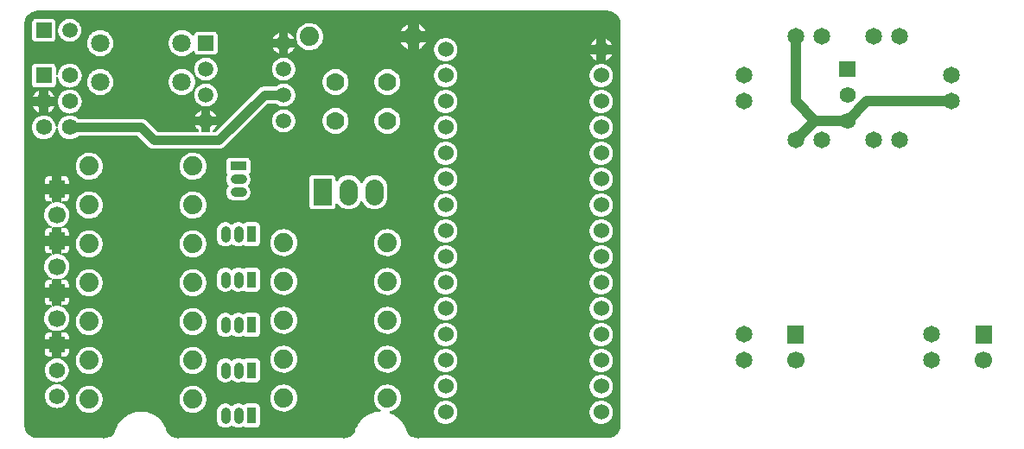
<source format=gbl>
G04 Layer: BottomLayer*
G04 EasyEDA v6.4.25, 2021-12-06T09:29:09+01:00*
G04 709bd2a449c44a659231e49a93e94fa4,7d3f4a13764643a7838717c5c1d40531,10*
G04 Gerber Generator version 0.2*
G04 Scale: 100 percent, Rotated: No, Reflected: No *
G04 Dimensions in inches *
G04 leading zeros omitted , absolute positions ,3 integer and 6 decimal *
%FSLAX36Y36*%
%MOIN*%

%ADD11C,0.0400*%
%ADD12C,0.0350*%
%ADD15C,0.0620*%
%ADD16R,0.0620X0.0620*%
%ADD17C,0.0700*%
%ADD18C,0.0740*%
%ADD19R,0.0354X0.0630*%
%ADD20C,0.0600*%
%ADD21C,0.0590*%
%ADD23C,0.0650*%
%ADD24R,0.0630X0.0354*%
%ADD25R,0.0620X0.0669*%
%ADD26C,0.0669*%
%ADD27C,0.0709*%
%ADD28R,0.0591X0.0591*%
%ADD29C,0.0591*%
%ADD30C,0.0354*%

%LPD*%
G36*
X331300Y99580D02*
G01*
X324880Y100000D01*
X75000Y100000D01*
X68220Y100480D01*
X61800Y101780D01*
X55620Y103920D01*
X49780Y106840D01*
X44360Y110500D01*
X39460Y114840D01*
X35180Y119780D01*
X31580Y125239D01*
X28720Y131120D01*
X26640Y137320D01*
X25400Y143740D01*
X25000Y150000D01*
X25000Y1700000D01*
X25480Y1706780D01*
X26780Y1713200D01*
X28920Y1719379D01*
X31840Y1725220D01*
X35500Y1730640D01*
X39840Y1735540D01*
X44780Y1739820D01*
X50240Y1743420D01*
X56120Y1746279D01*
X62320Y1748360D01*
X68740Y1749600D01*
X75000Y1750000D01*
X2275000Y1750000D01*
X2281780Y1749520D01*
X2288200Y1748220D01*
X2294380Y1746080D01*
X2300220Y1743160D01*
X2305640Y1739500D01*
X2310540Y1735160D01*
X2314820Y1730220D01*
X2318420Y1724760D01*
X2321280Y1718880D01*
X2323360Y1712680D01*
X2324600Y1706260D01*
X2325000Y1700000D01*
X2325000Y150000D01*
X2324520Y143220D01*
X2323220Y136800D01*
X2321080Y130620D01*
X2318160Y124780D01*
X2314500Y119360D01*
X2310160Y114460D01*
X2305220Y110180D01*
X2299760Y106580D01*
X2293880Y103720D01*
X2287680Y101640D01*
X2281260Y100399D01*
X2275000Y100000D01*
X1549740Y99980D01*
X1543700Y99580D01*
X1537120Y100000D01*
X1530660Y101280D01*
X1524420Y103379D01*
X1518520Y106300D01*
X1513040Y109960D01*
X1508100Y114320D01*
X1503779Y119280D01*
X1500320Y124480D01*
X1499840Y125559D01*
X1497520Y133480D01*
X1494319Y141700D01*
X1490440Y149620D01*
X1485880Y157180D01*
X1480700Y164340D01*
X1474920Y171000D01*
X1468580Y177160D01*
X1461759Y182760D01*
X1454480Y187740D01*
X1446780Y192079D01*
X1438760Y195740D01*
X1436459Y196580D01*
X1435020Y197460D01*
X1434079Y198840D01*
X1433800Y200500D01*
X1434220Y202120D01*
X1435260Y203420D01*
X1436740Y204200D01*
X1441720Y205560D01*
X1447440Y207880D01*
X1452860Y210859D01*
X1457880Y214480D01*
X1462440Y218640D01*
X1466480Y223320D01*
X1469940Y228460D01*
X1472760Y233960D01*
X1474920Y239760D01*
X1476360Y245760D01*
X1477100Y251900D01*
X1477100Y258100D01*
X1476360Y264240D01*
X1474920Y270240D01*
X1472760Y276040D01*
X1469940Y281540D01*
X1466480Y286680D01*
X1462440Y291360D01*
X1457880Y295520D01*
X1452860Y299140D01*
X1447440Y302120D01*
X1441720Y304440D01*
X1435760Y306080D01*
X1429640Y306980D01*
X1423460Y307160D01*
X1417300Y306620D01*
X1411240Y305340D01*
X1405380Y303360D01*
X1399800Y300700D01*
X1394580Y297400D01*
X1389780Y293500D01*
X1385460Y289080D01*
X1381720Y284160D01*
X1378560Y278840D01*
X1376080Y273180D01*
X1374259Y267260D01*
X1373180Y261180D01*
X1372800Y255000D01*
X1373180Y248820D01*
X1374259Y242740D01*
X1376080Y236820D01*
X1378560Y231160D01*
X1381720Y225840D01*
X1385460Y220920D01*
X1389780Y216500D01*
X1394580Y212600D01*
X1397720Y210600D01*
X1398899Y209460D01*
X1399520Y207920D01*
X1399480Y206280D01*
X1398760Y204780D01*
X1397500Y203720D01*
X1395920Y203240D01*
X1386780Y202460D01*
X1378100Y200960D01*
X1369560Y198720D01*
X1361240Y195740D01*
X1353220Y192079D01*
X1345520Y187740D01*
X1338240Y182760D01*
X1331420Y177160D01*
X1325080Y171000D01*
X1319300Y164340D01*
X1314120Y157180D01*
X1309560Y149620D01*
X1305680Y141700D01*
X1302480Y133480D01*
X1300160Y125559D01*
X1299680Y124480D01*
X1296220Y119280D01*
X1291900Y114320D01*
X1286960Y109960D01*
X1281480Y106300D01*
X1275580Y103379D01*
X1269340Y101280D01*
X1262880Y100000D01*
X1256300Y99580D01*
X1249880Y100000D01*
X625120Y100000D01*
X618700Y99580D01*
X612120Y100000D01*
X605660Y101280D01*
X599420Y103379D01*
X593520Y106300D01*
X588040Y109960D01*
X583100Y114320D01*
X578780Y119280D01*
X575320Y124480D01*
X574840Y125559D01*
X572520Y133480D01*
X569320Y141700D01*
X565440Y149620D01*
X560880Y157180D01*
X555700Y164340D01*
X549920Y171000D01*
X543580Y177160D01*
X536760Y182760D01*
X529480Y187740D01*
X521780Y192079D01*
X513760Y195740D01*
X505439Y198720D01*
X496900Y200960D01*
X488200Y202460D01*
X479420Y203220D01*
X470580Y203220D01*
X461800Y202460D01*
X453100Y200960D01*
X444560Y198720D01*
X436240Y195740D01*
X428220Y192079D01*
X420520Y187740D01*
X413240Y182760D01*
X406420Y177160D01*
X400080Y171000D01*
X394300Y164340D01*
X389120Y157180D01*
X384560Y149620D01*
X380680Y141700D01*
X377480Y133480D01*
X375160Y125559D01*
X374680Y124480D01*
X371220Y119280D01*
X366900Y114320D01*
X361960Y109960D01*
X356480Y106300D01*
X350580Y103379D01*
X344340Y101280D01*
X337879Y100000D01*
G37*

%LPC*%
G36*
X882480Y140800D02*
G01*
X917520Y140800D01*
X920680Y141120D01*
X923520Y141980D01*
X926160Y143380D01*
X928460Y145260D01*
X930340Y147580D01*
X931740Y150200D01*
X932600Y153040D01*
X932920Y156200D01*
X932920Y218800D01*
X932600Y221960D01*
X931740Y224800D01*
X930340Y227420D01*
X928460Y229740D01*
X926160Y231620D01*
X923520Y233020D01*
X920680Y233880D01*
X917520Y234200D01*
X882480Y234200D01*
X879320Y233880D01*
X876480Y233020D01*
X873840Y231620D01*
X871580Y229740D01*
X870180Y229000D01*
X868620Y228860D01*
X867120Y229320D01*
X863660Y231220D01*
X859280Y232860D01*
X854680Y233860D01*
X850000Y234180D01*
X845320Y233860D01*
X840720Y232860D01*
X836340Y231220D01*
X832200Y228960D01*
X828460Y226140D01*
X827820Y225520D01*
X826540Y224660D01*
X825000Y224360D01*
X823460Y224660D01*
X822180Y225520D01*
X821540Y226140D01*
X817800Y228960D01*
X813660Y231220D01*
X809280Y232860D01*
X804680Y233860D01*
X800000Y234180D01*
X795320Y233860D01*
X790720Y232860D01*
X786340Y231220D01*
X782200Y228960D01*
X778460Y226140D01*
X775140Y222820D01*
X772320Y219060D01*
X770060Y214940D01*
X768420Y210560D01*
X767420Y205960D01*
X767080Y201140D01*
X767080Y173860D01*
X767420Y169040D01*
X768420Y164440D01*
X770060Y160060D01*
X772320Y155920D01*
X775140Y152180D01*
X778460Y148860D01*
X782200Y146040D01*
X786340Y143780D01*
X790720Y142140D01*
X795320Y141140D01*
X800000Y140820D01*
X804680Y141140D01*
X809280Y142140D01*
X813660Y143780D01*
X817800Y146040D01*
X821540Y148860D01*
X822180Y149480D01*
X823460Y150340D01*
X825000Y150640D01*
X826540Y150340D01*
X827820Y149480D01*
X828460Y148860D01*
X832200Y146040D01*
X836340Y143780D01*
X840720Y142140D01*
X845320Y141140D01*
X850000Y140820D01*
X854680Y141140D01*
X859280Y142140D01*
X863660Y143780D01*
X867120Y145680D01*
X868620Y146140D01*
X870180Y146000D01*
X871580Y145260D01*
X873840Y143380D01*
X876480Y141980D01*
X879320Y141120D01*
G37*
G36*
X1647160Y154900D02*
G01*
X1652840Y154900D01*
X1658460Y155600D01*
X1663959Y157020D01*
X1669240Y159100D01*
X1674220Y161840D01*
X1678800Y165180D01*
X1682940Y169060D01*
X1686560Y173440D01*
X1689600Y178220D01*
X1692020Y183359D01*
X1693779Y188760D01*
X1694840Y194340D01*
X1695200Y200000D01*
X1694840Y205660D01*
X1693779Y211240D01*
X1692020Y216640D01*
X1689600Y221780D01*
X1686560Y226560D01*
X1682940Y230940D01*
X1678800Y234820D01*
X1674220Y238160D01*
X1669240Y240900D01*
X1663959Y242979D01*
X1658460Y244400D01*
X1652840Y245100D01*
X1647160Y245100D01*
X1641540Y244400D01*
X1636040Y242979D01*
X1630760Y240900D01*
X1625780Y238160D01*
X1621200Y234820D01*
X1617060Y230940D01*
X1613440Y226560D01*
X1610400Y221780D01*
X1607980Y216640D01*
X1606220Y211240D01*
X1605160Y205660D01*
X1604800Y200000D01*
X1605160Y194340D01*
X1606220Y188760D01*
X1607980Y183359D01*
X1610400Y178220D01*
X1613440Y173440D01*
X1617060Y169060D01*
X1621200Y165180D01*
X1625780Y161840D01*
X1630760Y159100D01*
X1636040Y157020D01*
X1641540Y155600D01*
G37*
G36*
X2247160Y154900D02*
G01*
X2252840Y154900D01*
X2258460Y155600D01*
X2263960Y157020D01*
X2269240Y159100D01*
X2274220Y161840D01*
X2278800Y165180D01*
X2282940Y169060D01*
X2286560Y173440D01*
X2289600Y178220D01*
X2292020Y183359D01*
X2293780Y188760D01*
X2294840Y194340D01*
X2295200Y200000D01*
X2294840Y205660D01*
X2293780Y211240D01*
X2292020Y216640D01*
X2289600Y221780D01*
X2286560Y226560D01*
X2282940Y230940D01*
X2278800Y234820D01*
X2274220Y238160D01*
X2269240Y240900D01*
X2263960Y242979D01*
X2258460Y244400D01*
X2252840Y245100D01*
X2247160Y245100D01*
X2241540Y244400D01*
X2236040Y242979D01*
X2230760Y240900D01*
X2225780Y238160D01*
X2221200Y234820D01*
X2217060Y230940D01*
X2213440Y226560D01*
X2210400Y221780D01*
X2207980Y216640D01*
X2206220Y211240D01*
X2205160Y205660D01*
X2204800Y200000D01*
X2205160Y194340D01*
X2206220Y188760D01*
X2207980Y183359D01*
X2210400Y178220D01*
X2213440Y173440D01*
X2217060Y169060D01*
X2221200Y165180D01*
X2225780Y161840D01*
X2230760Y159100D01*
X2236040Y157020D01*
X2241540Y155600D01*
G37*
G36*
X276540Y197820D02*
G01*
X282700Y198380D01*
X288760Y199660D01*
X294620Y201640D01*
X300200Y204300D01*
X305420Y207600D01*
X310220Y211500D01*
X314540Y215920D01*
X318280Y220840D01*
X321440Y226160D01*
X323920Y231820D01*
X325740Y237740D01*
X326820Y243820D01*
X327200Y250000D01*
X326820Y256180D01*
X325740Y262260D01*
X323920Y268180D01*
X321440Y273840D01*
X318280Y279160D01*
X314540Y284080D01*
X310220Y288500D01*
X305420Y292400D01*
X300200Y295700D01*
X294620Y298360D01*
X288760Y300340D01*
X282700Y301620D01*
X276540Y302160D01*
X270360Y301980D01*
X264240Y301080D01*
X258280Y299440D01*
X252560Y297120D01*
X247140Y294140D01*
X242120Y290520D01*
X237560Y286360D01*
X233520Y281680D01*
X230060Y276540D01*
X227240Y271040D01*
X225080Y265240D01*
X223640Y259240D01*
X222900Y253100D01*
X222900Y246900D01*
X223640Y240760D01*
X225080Y234760D01*
X227240Y228960D01*
X230060Y223460D01*
X233520Y218320D01*
X237560Y213640D01*
X242120Y209480D01*
X247140Y205859D01*
X252560Y202880D01*
X258280Y200560D01*
X264240Y198920D01*
X270360Y198020D01*
G37*
G36*
X676540Y197820D02*
G01*
X682700Y198380D01*
X688760Y199660D01*
X694620Y201640D01*
X700200Y204300D01*
X705420Y207600D01*
X710220Y211500D01*
X714539Y215920D01*
X718280Y220840D01*
X721440Y226160D01*
X723920Y231820D01*
X725740Y237740D01*
X726820Y243820D01*
X727200Y250000D01*
X726820Y256180D01*
X725740Y262260D01*
X723920Y268180D01*
X721440Y273840D01*
X718280Y279160D01*
X714539Y284080D01*
X710220Y288500D01*
X705420Y292400D01*
X700200Y295700D01*
X694620Y298360D01*
X688760Y300340D01*
X682700Y301620D01*
X676540Y302160D01*
X670360Y301980D01*
X664240Y301080D01*
X658280Y299440D01*
X652560Y297120D01*
X647140Y294140D01*
X642120Y290520D01*
X637560Y286360D01*
X633520Y281680D01*
X630060Y276540D01*
X627240Y271040D01*
X625080Y265240D01*
X623640Y259240D01*
X622900Y253100D01*
X622900Y246900D01*
X623640Y240760D01*
X625080Y234760D01*
X627240Y228960D01*
X630060Y223460D01*
X633520Y218320D01*
X637560Y213640D01*
X642120Y209480D01*
X647140Y205859D01*
X652560Y202880D01*
X658280Y200560D01*
X664240Y198920D01*
X670360Y198020D01*
G37*
G36*
X1023460Y202820D02*
G01*
X1029640Y203020D01*
X1035759Y203920D01*
X1041720Y205560D01*
X1047440Y207880D01*
X1052860Y210859D01*
X1057880Y214480D01*
X1062440Y218640D01*
X1066480Y223320D01*
X1069940Y228460D01*
X1072760Y233960D01*
X1074920Y239760D01*
X1076360Y245760D01*
X1077100Y251900D01*
X1077100Y258100D01*
X1076360Y264240D01*
X1074920Y270240D01*
X1072760Y276040D01*
X1069940Y281540D01*
X1066480Y286680D01*
X1062440Y291360D01*
X1057880Y295520D01*
X1052860Y299140D01*
X1047440Y302120D01*
X1041720Y304440D01*
X1035759Y306080D01*
X1029640Y306980D01*
X1023460Y307160D01*
X1017300Y306620D01*
X1011240Y305340D01*
X1005380Y303360D01*
X999800Y300700D01*
X994580Y297400D01*
X989780Y293500D01*
X985460Y289080D01*
X981720Y284160D01*
X978560Y278840D01*
X976080Y273180D01*
X974260Y267260D01*
X973180Y261180D01*
X972800Y255000D01*
X973180Y248820D01*
X974260Y242740D01*
X976080Y236820D01*
X978560Y231160D01*
X981720Y225840D01*
X985460Y220920D01*
X989780Y216500D01*
X994580Y212600D01*
X999800Y209300D01*
X1005380Y206640D01*
X1011240Y204660D01*
X1017300Y203380D01*
G37*
G36*
X150000Y216300D02*
G01*
X155780Y216680D01*
X161480Y217760D01*
X167000Y219560D01*
X172260Y222020D01*
X177160Y225120D01*
X181620Y228820D01*
X185600Y233060D01*
X189000Y237740D01*
X191800Y242840D01*
X193939Y248220D01*
X195380Y253840D01*
X196100Y259600D01*
X196100Y265400D01*
X195380Y271160D01*
X193939Y276780D01*
X191800Y282160D01*
X189000Y287260D01*
X185600Y291940D01*
X181620Y296180D01*
X177160Y299880D01*
X172260Y302980D01*
X167000Y305440D01*
X161480Y307240D01*
X155780Y308320D01*
X152920Y308500D01*
X151280Y308980D01*
X150000Y310080D01*
X148720Y308980D01*
X147080Y308500D01*
X144220Y308320D01*
X138520Y307240D01*
X133000Y305440D01*
X127739Y302980D01*
X122840Y299880D01*
X118379Y296180D01*
X114400Y291940D01*
X111000Y287260D01*
X108200Y282160D01*
X106060Y276780D01*
X104620Y271160D01*
X103900Y265400D01*
X103900Y259600D01*
X104620Y253840D01*
X106060Y248220D01*
X108200Y242840D01*
X111000Y237740D01*
X114400Y233060D01*
X118379Y228820D01*
X122840Y225120D01*
X127739Y222020D01*
X133000Y219560D01*
X138520Y217760D01*
X144220Y216680D01*
G37*
G36*
X2247160Y254899D02*
G01*
X2252840Y254899D01*
X2258460Y255600D01*
X2263960Y257020D01*
X2269240Y259100D01*
X2274220Y261840D01*
X2278800Y265180D01*
X2282940Y269060D01*
X2286560Y273440D01*
X2289600Y278220D01*
X2292020Y283360D01*
X2293780Y288760D01*
X2294840Y294340D01*
X2295200Y300000D01*
X2294840Y305660D01*
X2293780Y311240D01*
X2292020Y316640D01*
X2289600Y321780D01*
X2286560Y326560D01*
X2282940Y330940D01*
X2278800Y334820D01*
X2274220Y338160D01*
X2269240Y340900D01*
X2263960Y342980D01*
X2258460Y344400D01*
X2252840Y345100D01*
X2247160Y345100D01*
X2241540Y344400D01*
X2236040Y342980D01*
X2230760Y340900D01*
X2225780Y338160D01*
X2221200Y334820D01*
X2217060Y330940D01*
X2213440Y326560D01*
X2210400Y321780D01*
X2207980Y316640D01*
X2206220Y311240D01*
X2205160Y305660D01*
X2204800Y300000D01*
X2205160Y294340D01*
X2206220Y288760D01*
X2207980Y283360D01*
X2210400Y278220D01*
X2213440Y273440D01*
X2217060Y269060D01*
X2221200Y265180D01*
X2225780Y261840D01*
X2230760Y259100D01*
X2236040Y257020D01*
X2241540Y255600D01*
G37*
G36*
X1647160Y254899D02*
G01*
X1652840Y254899D01*
X1658460Y255600D01*
X1663959Y257020D01*
X1669240Y259100D01*
X1674220Y261840D01*
X1678800Y265180D01*
X1682940Y269060D01*
X1686560Y273440D01*
X1689600Y278220D01*
X1692020Y283360D01*
X1693779Y288760D01*
X1694840Y294340D01*
X1695200Y300000D01*
X1694840Y305660D01*
X1693779Y311240D01*
X1692020Y316640D01*
X1689600Y321780D01*
X1686560Y326560D01*
X1682940Y330940D01*
X1678800Y334820D01*
X1674220Y338160D01*
X1669240Y340900D01*
X1663959Y342980D01*
X1658460Y344400D01*
X1652840Y345100D01*
X1647160Y345100D01*
X1641540Y344400D01*
X1636040Y342980D01*
X1630760Y340900D01*
X1625780Y338160D01*
X1621200Y334820D01*
X1617060Y330940D01*
X1613440Y326560D01*
X1610400Y321780D01*
X1607980Y316640D01*
X1606220Y311240D01*
X1605160Y305660D01*
X1604800Y300000D01*
X1605160Y294340D01*
X1606220Y288760D01*
X1607980Y283360D01*
X1610400Y278220D01*
X1613440Y273440D01*
X1617060Y269060D01*
X1621200Y265180D01*
X1625780Y261840D01*
X1630760Y259100D01*
X1636040Y257020D01*
X1641540Y255600D01*
G37*
G36*
X150000Y314920D02*
G01*
X151280Y316020D01*
X152920Y316500D01*
X155780Y316680D01*
X161480Y317760D01*
X167000Y319560D01*
X172260Y322020D01*
X177160Y325120D01*
X181620Y328820D01*
X185600Y333060D01*
X189000Y337740D01*
X191800Y342840D01*
X193939Y348220D01*
X195380Y353840D01*
X196100Y359600D01*
X196100Y365400D01*
X195380Y371160D01*
X193939Y376780D01*
X191800Y382160D01*
X189000Y387260D01*
X185600Y391940D01*
X181620Y396180D01*
X177160Y399880D01*
X172260Y402980D01*
X167000Y405439D01*
X161480Y407239D01*
X155780Y408320D01*
X150000Y408700D01*
X144180Y408320D01*
X138520Y407239D01*
X133000Y405439D01*
X127739Y402980D01*
X122840Y399880D01*
X118379Y396180D01*
X114400Y391940D01*
X111000Y387260D01*
X108200Y382160D01*
X106060Y376780D01*
X104620Y371160D01*
X103900Y365400D01*
X103900Y359600D01*
X104620Y353840D01*
X106060Y348220D01*
X108200Y342840D01*
X111000Y337740D01*
X114400Y333060D01*
X118379Y328820D01*
X122840Y325120D01*
X127739Y322020D01*
X133000Y319560D01*
X138520Y317760D01*
X144220Y316680D01*
X147080Y316500D01*
X148720Y316020D01*
G37*
G36*
X882480Y315800D02*
G01*
X917520Y315800D01*
X920680Y316120D01*
X923520Y316980D01*
X926160Y318380D01*
X928460Y320260D01*
X930340Y322580D01*
X931740Y325200D01*
X932600Y328040D01*
X932920Y331200D01*
X932920Y393800D01*
X932600Y396960D01*
X931740Y399799D01*
X930340Y402420D01*
X928460Y404739D01*
X926160Y406620D01*
X923520Y408020D01*
X920680Y408880D01*
X917520Y409200D01*
X882480Y409200D01*
X879320Y408880D01*
X876480Y408020D01*
X873840Y406620D01*
X871580Y404739D01*
X870180Y404000D01*
X868620Y403860D01*
X867120Y404320D01*
X863660Y406220D01*
X859280Y407860D01*
X854680Y408860D01*
X850000Y409180D01*
X845320Y408860D01*
X840720Y407860D01*
X836340Y406220D01*
X832200Y403960D01*
X828460Y401140D01*
X827820Y400520D01*
X826540Y399660D01*
X825000Y399360D01*
X823460Y399660D01*
X822180Y400520D01*
X821540Y401140D01*
X817800Y403960D01*
X813660Y406220D01*
X809280Y407860D01*
X804680Y408860D01*
X800000Y409180D01*
X795320Y408860D01*
X790720Y407860D01*
X786340Y406220D01*
X782200Y403960D01*
X778460Y401140D01*
X775140Y397819D01*
X772320Y394060D01*
X770060Y389940D01*
X768420Y385560D01*
X767420Y380959D01*
X767080Y376140D01*
X767080Y348860D01*
X767420Y344040D01*
X768420Y339440D01*
X770060Y335060D01*
X772320Y330920D01*
X775140Y327180D01*
X778460Y323860D01*
X782200Y321040D01*
X786340Y318780D01*
X790720Y317140D01*
X795320Y316140D01*
X800000Y315820D01*
X804680Y316140D01*
X809280Y317140D01*
X813660Y318780D01*
X817800Y321040D01*
X821540Y323860D01*
X822180Y324480D01*
X823460Y325340D01*
X825000Y325640D01*
X826540Y325340D01*
X827820Y324480D01*
X828460Y323860D01*
X832200Y321040D01*
X836340Y318780D01*
X840720Y317140D01*
X845320Y316140D01*
X850000Y315820D01*
X854680Y316140D01*
X859280Y317140D01*
X863660Y318780D01*
X867120Y320680D01*
X868620Y321140D01*
X870180Y321000D01*
X871580Y320260D01*
X873840Y318380D01*
X876480Y316980D01*
X879320Y316120D01*
G37*
G36*
X276540Y347819D02*
G01*
X282700Y348380D01*
X288760Y349660D01*
X294620Y351640D01*
X300200Y354300D01*
X305420Y357600D01*
X310220Y361500D01*
X314540Y365920D01*
X318280Y370840D01*
X321440Y376160D01*
X323920Y381820D01*
X325740Y387740D01*
X326820Y393820D01*
X327200Y400000D01*
X326820Y406180D01*
X325740Y412260D01*
X323920Y418180D01*
X321440Y423840D01*
X318280Y429159D01*
X314540Y434080D01*
X310220Y438500D01*
X305420Y442400D01*
X300200Y445700D01*
X294620Y448360D01*
X288760Y450340D01*
X282700Y451620D01*
X276540Y452160D01*
X270360Y451980D01*
X264240Y451079D01*
X258280Y449440D01*
X252560Y447120D01*
X247140Y444140D01*
X242120Y440520D01*
X237560Y436360D01*
X233520Y431680D01*
X230060Y426540D01*
X227240Y421040D01*
X225080Y415240D01*
X223640Y409240D01*
X222900Y403100D01*
X222900Y396900D01*
X223640Y390760D01*
X225080Y384760D01*
X227240Y378960D01*
X230060Y373459D01*
X233520Y368320D01*
X237560Y363640D01*
X242120Y359480D01*
X247140Y355860D01*
X252560Y352879D01*
X258280Y350560D01*
X264240Y348920D01*
X270360Y348020D01*
G37*
G36*
X676540Y347819D02*
G01*
X682700Y348380D01*
X688760Y349660D01*
X694620Y351640D01*
X700200Y354300D01*
X705420Y357600D01*
X710220Y361500D01*
X714539Y365920D01*
X718280Y370840D01*
X721440Y376160D01*
X723920Y381820D01*
X725740Y387740D01*
X726820Y393820D01*
X727200Y400000D01*
X726820Y406180D01*
X725740Y412260D01*
X723920Y418180D01*
X721440Y423840D01*
X718280Y429159D01*
X714539Y434080D01*
X710220Y438500D01*
X705420Y442400D01*
X700200Y445700D01*
X694620Y448360D01*
X688760Y450340D01*
X682700Y451620D01*
X676540Y452160D01*
X670360Y451980D01*
X664240Y451079D01*
X658280Y449440D01*
X652560Y447120D01*
X647140Y444140D01*
X642120Y440520D01*
X637560Y436360D01*
X633520Y431680D01*
X630060Y426540D01*
X627240Y421040D01*
X625080Y415240D01*
X623640Y409240D01*
X622900Y403100D01*
X622900Y396900D01*
X623640Y390760D01*
X625080Y384760D01*
X627240Y378960D01*
X630060Y373459D01*
X633520Y368320D01*
X637560Y363640D01*
X642120Y359480D01*
X647140Y355860D01*
X652560Y352879D01*
X658280Y350560D01*
X664240Y348920D01*
X670360Y348020D01*
G37*
G36*
X1423460Y352819D02*
G01*
X1429640Y353020D01*
X1435760Y353920D01*
X1441720Y355560D01*
X1447440Y357879D01*
X1452860Y360860D01*
X1457880Y364480D01*
X1462440Y368640D01*
X1466480Y373320D01*
X1469940Y378459D01*
X1472760Y383960D01*
X1474920Y389760D01*
X1476360Y395760D01*
X1477100Y401900D01*
X1477100Y408100D01*
X1476360Y414240D01*
X1474920Y420240D01*
X1472760Y426040D01*
X1469940Y431540D01*
X1466480Y436680D01*
X1462440Y441360D01*
X1457880Y445520D01*
X1452860Y449140D01*
X1447440Y452120D01*
X1441720Y454440D01*
X1435760Y456079D01*
X1429640Y456980D01*
X1423460Y457160D01*
X1417300Y456620D01*
X1411240Y455340D01*
X1405380Y453360D01*
X1399800Y450700D01*
X1394580Y447400D01*
X1389780Y443500D01*
X1385460Y439080D01*
X1381720Y434159D01*
X1378560Y428840D01*
X1376080Y423180D01*
X1374259Y417260D01*
X1373180Y411180D01*
X1372800Y405000D01*
X1373180Y398820D01*
X1374259Y392740D01*
X1376080Y386820D01*
X1378560Y381160D01*
X1381720Y375840D01*
X1385460Y370920D01*
X1389780Y366500D01*
X1394580Y362600D01*
X1399800Y359300D01*
X1405380Y356640D01*
X1411240Y354660D01*
X1417300Y353380D01*
G37*
G36*
X1023460Y352819D02*
G01*
X1029640Y353020D01*
X1035759Y353920D01*
X1041720Y355560D01*
X1047440Y357879D01*
X1052860Y360860D01*
X1057880Y364480D01*
X1062440Y368640D01*
X1066480Y373320D01*
X1069940Y378459D01*
X1072760Y383960D01*
X1074920Y389760D01*
X1076360Y395760D01*
X1077100Y401900D01*
X1077100Y408100D01*
X1076360Y414240D01*
X1074920Y420240D01*
X1072760Y426040D01*
X1069940Y431540D01*
X1066480Y436680D01*
X1062440Y441360D01*
X1057880Y445520D01*
X1052860Y449140D01*
X1047440Y452120D01*
X1041720Y454440D01*
X1035759Y456079D01*
X1029640Y456980D01*
X1023460Y457160D01*
X1017300Y456620D01*
X1011240Y455340D01*
X1005380Y453360D01*
X999800Y450700D01*
X994580Y447400D01*
X989780Y443500D01*
X985460Y439080D01*
X981720Y434159D01*
X978560Y428840D01*
X976080Y423180D01*
X974260Y417260D01*
X973180Y411180D01*
X972800Y405000D01*
X973180Y398820D01*
X974260Y392740D01*
X976080Y386820D01*
X978560Y381160D01*
X981720Y375840D01*
X985460Y370920D01*
X989780Y366500D01*
X994580Y362600D01*
X999800Y359300D01*
X1005380Y356640D01*
X1011240Y354660D01*
X1017300Y353380D01*
G37*
G36*
X1647160Y354900D02*
G01*
X1652840Y354900D01*
X1658460Y355600D01*
X1663959Y357020D01*
X1669240Y359099D01*
X1674220Y361840D01*
X1678800Y365180D01*
X1682940Y369060D01*
X1686560Y373440D01*
X1689600Y378220D01*
X1692020Y383360D01*
X1693779Y388760D01*
X1694840Y394340D01*
X1695200Y400000D01*
X1694840Y405660D01*
X1693779Y411240D01*
X1692020Y416640D01*
X1689600Y421780D01*
X1686560Y426560D01*
X1682940Y430940D01*
X1678800Y434820D01*
X1674220Y438160D01*
X1669240Y440900D01*
X1663959Y442980D01*
X1658460Y444400D01*
X1652840Y445100D01*
X1647160Y445100D01*
X1641540Y444400D01*
X1636040Y442980D01*
X1630760Y440900D01*
X1625780Y438160D01*
X1621200Y434820D01*
X1617060Y430940D01*
X1613440Y426560D01*
X1610400Y421780D01*
X1607980Y416640D01*
X1606220Y411240D01*
X1605160Y405660D01*
X1604800Y400000D01*
X1605160Y394340D01*
X1606220Y388760D01*
X1607980Y383360D01*
X1610400Y378220D01*
X1613440Y373440D01*
X1617060Y369060D01*
X1621200Y365180D01*
X1625780Y361840D01*
X1630760Y359099D01*
X1636040Y357020D01*
X1641540Y355600D01*
G37*
G36*
X2247160Y354900D02*
G01*
X2252840Y354900D01*
X2258460Y355600D01*
X2263960Y357020D01*
X2269240Y359099D01*
X2274220Y361840D01*
X2278800Y365180D01*
X2282940Y369060D01*
X2286560Y373440D01*
X2289600Y378220D01*
X2292020Y383360D01*
X2293780Y388760D01*
X2294840Y394340D01*
X2295200Y400000D01*
X2294840Y405660D01*
X2293780Y411240D01*
X2292020Y416640D01*
X2289600Y421780D01*
X2286560Y426560D01*
X2282940Y430940D01*
X2278800Y434820D01*
X2274220Y438160D01*
X2269240Y440900D01*
X2263960Y442980D01*
X2258460Y444400D01*
X2252840Y445100D01*
X2247160Y445100D01*
X2241540Y444400D01*
X2236040Y442980D01*
X2230760Y440900D01*
X2225780Y438160D01*
X2221200Y434820D01*
X2217060Y430940D01*
X2213440Y426560D01*
X2210400Y421780D01*
X2207980Y416640D01*
X2206220Y411240D01*
X2205160Y405660D01*
X2204800Y400000D01*
X2205160Y394340D01*
X2206220Y388760D01*
X2207980Y383360D01*
X2210400Y378220D01*
X2213440Y373440D01*
X2217060Y369060D01*
X2221200Y365180D01*
X2225780Y361840D01*
X2230760Y359099D01*
X2236040Y357020D01*
X2241540Y355600D01*
G37*
G36*
X119200Y416300D02*
G01*
X132000Y416300D01*
X132000Y444500D01*
X103800Y444500D01*
X103800Y431700D01*
X104120Y428540D01*
X104980Y425700D01*
X106380Y423060D01*
X108260Y420760D01*
X110559Y418880D01*
X113200Y417480D01*
X116039Y416620D01*
G37*
G36*
X168000Y416300D02*
G01*
X180799Y416300D01*
X183960Y416620D01*
X186800Y417480D01*
X189440Y418880D01*
X191740Y420760D01*
X193619Y423060D01*
X195020Y425700D01*
X195880Y428540D01*
X196200Y431700D01*
X196200Y444500D01*
X168000Y444500D01*
G37*
G36*
X2247160Y454900D02*
G01*
X2252840Y454900D01*
X2258460Y455600D01*
X2263960Y457020D01*
X2269240Y459099D01*
X2274220Y461840D01*
X2278800Y465180D01*
X2282940Y469060D01*
X2286560Y473440D01*
X2289600Y478220D01*
X2292020Y483360D01*
X2293780Y488760D01*
X2294840Y494340D01*
X2295200Y500000D01*
X2294840Y505660D01*
X2293780Y511240D01*
X2292020Y516640D01*
X2289600Y521780D01*
X2286560Y526560D01*
X2282940Y530940D01*
X2278800Y534820D01*
X2274220Y538160D01*
X2269240Y540900D01*
X2263960Y542980D01*
X2258460Y544400D01*
X2252840Y545100D01*
X2247160Y545100D01*
X2241540Y544400D01*
X2236040Y542980D01*
X2230760Y540900D01*
X2225780Y538160D01*
X2221200Y534820D01*
X2217060Y530940D01*
X2213440Y526560D01*
X2210400Y521780D01*
X2207980Y516640D01*
X2206220Y511240D01*
X2205160Y505660D01*
X2204800Y500000D01*
X2205160Y494340D01*
X2206220Y488760D01*
X2207980Y483360D01*
X2210400Y478220D01*
X2213440Y473440D01*
X2217060Y469060D01*
X2221200Y465180D01*
X2225780Y461840D01*
X2230760Y459099D01*
X2236040Y457020D01*
X2241540Y455600D01*
G37*
G36*
X1647160Y454900D02*
G01*
X1652840Y454900D01*
X1658460Y455600D01*
X1663959Y457020D01*
X1669240Y459099D01*
X1674220Y461840D01*
X1678800Y465180D01*
X1682940Y469060D01*
X1686560Y473440D01*
X1689600Y478220D01*
X1692020Y483360D01*
X1693779Y488760D01*
X1694840Y494340D01*
X1695200Y500000D01*
X1694840Y505660D01*
X1693779Y511240D01*
X1692020Y516640D01*
X1689600Y521780D01*
X1686560Y526560D01*
X1682940Y530940D01*
X1678800Y534820D01*
X1674220Y538160D01*
X1669240Y540900D01*
X1663959Y542980D01*
X1658460Y544400D01*
X1652840Y545100D01*
X1647160Y545100D01*
X1641540Y544400D01*
X1636040Y542980D01*
X1630760Y540900D01*
X1625780Y538160D01*
X1621200Y534820D01*
X1617060Y530940D01*
X1613440Y526560D01*
X1610400Y521780D01*
X1607980Y516640D01*
X1606220Y511240D01*
X1605160Y505660D01*
X1604800Y500000D01*
X1605160Y494340D01*
X1606220Y488760D01*
X1607980Y483360D01*
X1610400Y478220D01*
X1613440Y473440D01*
X1617060Y469060D01*
X1621200Y465180D01*
X1625780Y461840D01*
X1630760Y459099D01*
X1636040Y457020D01*
X1641540Y455600D01*
G37*
G36*
X168000Y480500D02*
G01*
X196200Y480500D01*
X196200Y493300D01*
X195880Y496460D01*
X195020Y499300D01*
X193619Y501940D01*
X191740Y504240D01*
X189440Y506120D01*
X186800Y507520D01*
X183960Y508380D01*
X180799Y508700D01*
X168000Y508700D01*
G37*
G36*
X103800Y480500D02*
G01*
X132000Y480500D01*
X132000Y508700D01*
X119200Y508700D01*
X116039Y508380D01*
X113200Y507520D01*
X110559Y506120D01*
X108260Y504240D01*
X106380Y501940D01*
X104980Y499300D01*
X104120Y496460D01*
X103800Y493300D01*
G37*
G36*
X882480Y490800D02*
G01*
X917520Y490800D01*
X920680Y491120D01*
X923520Y491980D01*
X926160Y493380D01*
X928460Y495260D01*
X930340Y497580D01*
X931740Y500200D01*
X932600Y503040D01*
X932920Y506200D01*
X932920Y568800D01*
X932600Y571960D01*
X931740Y574800D01*
X930340Y577420D01*
X928460Y579740D01*
X926160Y581620D01*
X923520Y583020D01*
X920680Y583880D01*
X917520Y584200D01*
X882480Y584200D01*
X879320Y583880D01*
X876480Y583020D01*
X873840Y581620D01*
X871580Y579740D01*
X870180Y579000D01*
X868620Y578860D01*
X867120Y579320D01*
X863660Y581220D01*
X859280Y582860D01*
X854680Y583860D01*
X850000Y584180D01*
X845320Y583860D01*
X840720Y582860D01*
X836340Y581220D01*
X832200Y578960D01*
X828460Y576140D01*
X827820Y575520D01*
X826540Y574660D01*
X825000Y574360D01*
X823460Y574660D01*
X822180Y575520D01*
X821540Y576140D01*
X817800Y578960D01*
X813660Y581220D01*
X809280Y582860D01*
X804680Y583860D01*
X800000Y584180D01*
X795320Y583860D01*
X790720Y582860D01*
X786340Y581220D01*
X782200Y578960D01*
X778460Y576140D01*
X775140Y572820D01*
X772320Y569060D01*
X770060Y564940D01*
X768420Y560560D01*
X767420Y555960D01*
X767080Y551140D01*
X767080Y523860D01*
X767420Y519040D01*
X768420Y514440D01*
X770060Y510060D01*
X772320Y505920D01*
X775140Y502180D01*
X778460Y498860D01*
X782200Y496040D01*
X786340Y493780D01*
X790720Y492140D01*
X795320Y491140D01*
X800000Y490820D01*
X804680Y491140D01*
X809280Y492140D01*
X813660Y493780D01*
X817800Y496040D01*
X821540Y498860D01*
X822180Y499480D01*
X823460Y500340D01*
X825000Y500640D01*
X826540Y500340D01*
X827820Y499480D01*
X828460Y498860D01*
X832200Y496040D01*
X836340Y493780D01*
X840720Y492140D01*
X845320Y491140D01*
X850000Y490820D01*
X854680Y491140D01*
X859280Y492140D01*
X863660Y493780D01*
X867120Y495680D01*
X868620Y496140D01*
X870180Y496000D01*
X871580Y495260D01*
X873840Y493380D01*
X876480Y491980D01*
X879320Y491120D01*
G37*
G36*
X276540Y497819D02*
G01*
X282700Y498380D01*
X288760Y499660D01*
X294620Y501640D01*
X300200Y504300D01*
X305420Y507600D01*
X310220Y511500D01*
X314540Y515920D01*
X318280Y520840D01*
X321440Y526160D01*
X323920Y531820D01*
X325740Y537740D01*
X326820Y543820D01*
X327200Y550000D01*
X326820Y556180D01*
X325740Y562260D01*
X323920Y568180D01*
X321440Y573840D01*
X318280Y579160D01*
X314540Y584080D01*
X310220Y588500D01*
X305420Y592400D01*
X300200Y595700D01*
X294620Y598360D01*
X288760Y600340D01*
X282700Y601620D01*
X276540Y602160D01*
X270360Y601980D01*
X264240Y601080D01*
X258280Y599440D01*
X252560Y597120D01*
X247140Y594140D01*
X242120Y590520D01*
X237560Y586360D01*
X233520Y581680D01*
X230060Y576540D01*
X227240Y571040D01*
X225080Y565240D01*
X223640Y559240D01*
X222900Y553100D01*
X222900Y546900D01*
X223640Y540760D01*
X225080Y534760D01*
X227240Y528960D01*
X230060Y523459D01*
X233520Y518320D01*
X237560Y513640D01*
X242120Y509480D01*
X247140Y505860D01*
X252560Y502879D01*
X258280Y500560D01*
X264240Y498920D01*
X270360Y498020D01*
G37*
G36*
X676540Y497819D02*
G01*
X682700Y498380D01*
X688760Y499660D01*
X694620Y501640D01*
X700200Y504300D01*
X705420Y507600D01*
X710220Y511500D01*
X714539Y515920D01*
X718280Y520840D01*
X721440Y526160D01*
X723920Y531820D01*
X725740Y537740D01*
X726820Y543820D01*
X727200Y550000D01*
X726820Y556180D01*
X725740Y562260D01*
X723920Y568180D01*
X721440Y573840D01*
X718280Y579160D01*
X714539Y584080D01*
X710220Y588500D01*
X705420Y592400D01*
X700200Y595700D01*
X694620Y598360D01*
X688760Y600340D01*
X682700Y601620D01*
X676540Y602160D01*
X670360Y601980D01*
X664240Y601080D01*
X658280Y599440D01*
X652560Y597120D01*
X647140Y594140D01*
X642120Y590520D01*
X637560Y586360D01*
X633520Y581680D01*
X630060Y576540D01*
X627240Y571040D01*
X625080Y565240D01*
X623640Y559240D01*
X622900Y553100D01*
X622900Y546900D01*
X623640Y540760D01*
X625080Y534760D01*
X627240Y528960D01*
X630060Y523459D01*
X633520Y518320D01*
X637560Y513640D01*
X642120Y509480D01*
X647140Y505860D01*
X652560Y502879D01*
X658280Y500560D01*
X664240Y498920D01*
X670360Y498020D01*
G37*
G36*
X1023460Y502819D02*
G01*
X1029640Y503020D01*
X1035759Y503920D01*
X1041720Y505560D01*
X1047440Y507879D01*
X1052860Y510860D01*
X1057880Y514480D01*
X1062440Y518640D01*
X1066480Y523320D01*
X1069940Y528460D01*
X1072760Y533960D01*
X1074920Y539760D01*
X1076360Y545760D01*
X1077100Y551900D01*
X1077100Y558100D01*
X1076360Y564240D01*
X1074920Y570240D01*
X1072760Y576040D01*
X1069940Y581540D01*
X1066480Y586680D01*
X1062440Y591360D01*
X1057880Y595520D01*
X1052860Y599140D01*
X1047440Y602120D01*
X1041720Y604440D01*
X1035759Y606080D01*
X1029640Y606980D01*
X1023460Y607160D01*
X1017300Y606620D01*
X1011240Y605340D01*
X1005380Y603360D01*
X999800Y600700D01*
X994580Y597400D01*
X989780Y593500D01*
X985460Y589080D01*
X981720Y584160D01*
X978560Y578840D01*
X976080Y573180D01*
X974260Y567260D01*
X973180Y561180D01*
X972800Y555000D01*
X973180Y548820D01*
X974260Y542740D01*
X976080Y536820D01*
X978560Y531160D01*
X981720Y525840D01*
X985460Y520920D01*
X989780Y516500D01*
X994580Y512600D01*
X999800Y509300D01*
X1005380Y506640D01*
X1011240Y504660D01*
X1017300Y503380D01*
G37*
G36*
X1423460Y502819D02*
G01*
X1429640Y503020D01*
X1435760Y503920D01*
X1441720Y505560D01*
X1447440Y507879D01*
X1452860Y510860D01*
X1457880Y514480D01*
X1462440Y518640D01*
X1466480Y523320D01*
X1469940Y528460D01*
X1472760Y533960D01*
X1474920Y539760D01*
X1476360Y545760D01*
X1477100Y551900D01*
X1477100Y558100D01*
X1476360Y564240D01*
X1474920Y570240D01*
X1472760Y576040D01*
X1469940Y581540D01*
X1466480Y586680D01*
X1462440Y591360D01*
X1457880Y595520D01*
X1452860Y599140D01*
X1447440Y602120D01*
X1441720Y604440D01*
X1435760Y606080D01*
X1429640Y606980D01*
X1423460Y607160D01*
X1417300Y606620D01*
X1411240Y605340D01*
X1405380Y603360D01*
X1399800Y600700D01*
X1394580Y597400D01*
X1389780Y593500D01*
X1385460Y589080D01*
X1381720Y584160D01*
X1378560Y578840D01*
X1376080Y573180D01*
X1374259Y567260D01*
X1373180Y561180D01*
X1372800Y555000D01*
X1373180Y548820D01*
X1374259Y542740D01*
X1376080Y536820D01*
X1378560Y531160D01*
X1381720Y525840D01*
X1385460Y520920D01*
X1389780Y516500D01*
X1394580Y512600D01*
X1399800Y509300D01*
X1405380Y506640D01*
X1411240Y504660D01*
X1417300Y503380D01*
G37*
G36*
X150000Y513840D02*
G01*
X155980Y514219D01*
X161860Y515319D01*
X162780Y515600D01*
X164320Y515780D01*
X165640Y516520D01*
X167580Y517120D01*
X173020Y519640D01*
X178120Y522780D01*
X182780Y526540D01*
X186960Y530840D01*
X190560Y535620D01*
X193560Y540820D01*
X195900Y546320D01*
X197540Y552100D01*
X198440Y558020D01*
X198640Y564000D01*
X198080Y569960D01*
X196800Y575820D01*
X194800Y581460D01*
X192140Y586820D01*
X188820Y591820D01*
X184940Y596380D01*
X180500Y600400D01*
X175620Y603860D01*
X171060Y606320D01*
X169740Y607460D01*
X169040Y609060D01*
X169080Y610820D01*
X169860Y612380D01*
X171240Y613460D01*
X172960Y613840D01*
X180799Y613840D01*
X183960Y614140D01*
X186800Y615020D01*
X189440Y616420D01*
X191740Y618300D01*
X193619Y620600D01*
X195020Y623220D01*
X195880Y626080D01*
X196200Y629240D01*
X196200Y643259D01*
X168000Y643259D01*
X168000Y613180D01*
X167740Y611760D01*
X166980Y610520D01*
X165840Y609640D01*
X164460Y609200D01*
X163020Y609300D01*
X158940Y610320D01*
X153000Y611060D01*
X147000Y611060D01*
X141060Y610320D01*
X136980Y609300D01*
X135540Y609200D01*
X134160Y609640D01*
X133020Y610520D01*
X132260Y611760D01*
X132000Y613180D01*
X132000Y643259D01*
X103800Y643259D01*
X103800Y629240D01*
X104120Y626080D01*
X104980Y623220D01*
X106380Y620600D01*
X108260Y618300D01*
X110559Y616420D01*
X113200Y615020D01*
X116039Y614140D01*
X119200Y613840D01*
X127040Y613840D01*
X128760Y613460D01*
X130140Y612380D01*
X130920Y610820D01*
X130960Y609060D01*
X130260Y607460D01*
X128940Y606320D01*
X124380Y603860D01*
X119500Y600400D01*
X115060Y596380D01*
X111180Y591820D01*
X107860Y586820D01*
X105200Y581460D01*
X103200Y575820D01*
X101920Y569960D01*
X101359Y564000D01*
X101560Y558020D01*
X102460Y552100D01*
X104100Y546320D01*
X106440Y540820D01*
X109440Y535620D01*
X113040Y530840D01*
X117220Y526540D01*
X121880Y522780D01*
X126980Y519640D01*
X132420Y517120D01*
X134360Y516520D01*
X135720Y515780D01*
X137220Y515600D01*
X138140Y515319D01*
X144020Y514219D01*
G37*
G36*
X1647160Y554900D02*
G01*
X1652840Y554900D01*
X1658460Y555600D01*
X1663959Y557020D01*
X1669240Y559100D01*
X1674220Y561840D01*
X1678800Y565180D01*
X1682940Y569060D01*
X1686560Y573440D01*
X1689600Y578220D01*
X1692020Y583360D01*
X1693779Y588760D01*
X1694840Y594340D01*
X1695200Y600000D01*
X1694840Y605660D01*
X1693779Y611240D01*
X1692020Y616640D01*
X1689600Y621780D01*
X1686560Y626560D01*
X1682940Y630940D01*
X1678800Y634820D01*
X1674220Y638160D01*
X1669240Y640900D01*
X1663959Y642980D01*
X1658460Y644400D01*
X1652840Y645100D01*
X1647160Y645100D01*
X1641540Y644400D01*
X1636040Y642980D01*
X1630760Y640900D01*
X1625780Y638160D01*
X1621200Y634820D01*
X1617060Y630940D01*
X1613440Y626560D01*
X1610400Y621780D01*
X1607980Y616640D01*
X1606220Y611240D01*
X1605160Y605660D01*
X1604800Y600000D01*
X1605160Y594340D01*
X1606220Y588760D01*
X1607980Y583360D01*
X1610400Y578220D01*
X1613440Y573440D01*
X1617060Y569060D01*
X1621200Y565180D01*
X1625780Y561840D01*
X1630760Y559100D01*
X1636040Y557020D01*
X1641540Y555600D01*
G37*
G36*
X2247160Y554900D02*
G01*
X2252840Y554900D01*
X2258460Y555600D01*
X2263960Y557020D01*
X2269240Y559100D01*
X2274220Y561840D01*
X2278800Y565180D01*
X2282940Y569060D01*
X2286560Y573440D01*
X2289600Y578220D01*
X2292020Y583360D01*
X2293780Y588760D01*
X2294840Y594340D01*
X2295200Y600000D01*
X2294840Y605660D01*
X2293780Y611240D01*
X2292020Y616640D01*
X2289600Y621780D01*
X2286560Y626560D01*
X2282940Y630940D01*
X2278800Y634820D01*
X2274220Y638160D01*
X2269240Y640900D01*
X2263960Y642980D01*
X2258460Y644400D01*
X2252840Y645100D01*
X2247160Y645100D01*
X2241540Y644400D01*
X2236040Y642980D01*
X2230760Y640900D01*
X2225780Y638160D01*
X2221200Y634820D01*
X2217060Y630940D01*
X2213440Y626560D01*
X2210400Y621780D01*
X2207980Y616640D01*
X2206220Y611240D01*
X2205160Y605660D01*
X2204800Y600000D01*
X2205160Y594340D01*
X2206220Y588760D01*
X2207980Y583360D01*
X2210400Y578220D01*
X2213440Y573440D01*
X2217060Y569060D01*
X2221200Y565180D01*
X2225780Y561840D01*
X2230760Y559100D01*
X2236040Y557020D01*
X2241540Y555600D01*
G37*
G36*
X676540Y647820D02*
G01*
X682700Y648379D01*
X688760Y649659D01*
X694620Y651640D01*
X700200Y654300D01*
X705420Y657600D01*
X710220Y661500D01*
X714539Y665920D01*
X718280Y670840D01*
X721440Y676160D01*
X723920Y681820D01*
X725740Y687740D01*
X726820Y693820D01*
X727200Y700000D01*
X726820Y706180D01*
X725740Y712260D01*
X723920Y718180D01*
X721440Y723840D01*
X718280Y729160D01*
X714539Y734080D01*
X710220Y738500D01*
X705420Y742400D01*
X700200Y745699D01*
X694620Y748360D01*
X688760Y750340D01*
X682700Y751620D01*
X676540Y752159D01*
X670360Y751979D01*
X664240Y751080D01*
X658280Y749440D01*
X652560Y747120D01*
X647140Y744140D01*
X642120Y740520D01*
X637560Y736360D01*
X633520Y731680D01*
X630060Y726540D01*
X627240Y721040D01*
X625080Y715240D01*
X623640Y709240D01*
X622900Y703100D01*
X622900Y696900D01*
X623640Y690759D01*
X625080Y684760D01*
X627240Y678960D01*
X630060Y673460D01*
X633520Y668319D01*
X637560Y663640D01*
X642120Y659479D01*
X647140Y655860D01*
X652560Y652880D01*
X658280Y650560D01*
X664240Y648920D01*
X670360Y648020D01*
G37*
G36*
X276540Y647820D02*
G01*
X282700Y648379D01*
X288760Y649659D01*
X294620Y651640D01*
X300200Y654300D01*
X305420Y657600D01*
X310220Y661500D01*
X314540Y665920D01*
X318280Y670840D01*
X321440Y676160D01*
X323920Y681820D01*
X325740Y687740D01*
X326820Y693820D01*
X327200Y700000D01*
X326820Y706180D01*
X325740Y712260D01*
X323920Y718180D01*
X321440Y723840D01*
X318280Y729160D01*
X314540Y734080D01*
X310220Y738500D01*
X305420Y742400D01*
X300200Y745699D01*
X294620Y748360D01*
X288760Y750340D01*
X282700Y751620D01*
X276540Y752159D01*
X270360Y751979D01*
X264240Y751080D01*
X258280Y749440D01*
X252560Y747120D01*
X247140Y744140D01*
X242120Y740520D01*
X237560Y736360D01*
X233520Y731680D01*
X230060Y726540D01*
X227240Y721040D01*
X225080Y715240D01*
X223640Y709240D01*
X222900Y703100D01*
X222900Y696900D01*
X223640Y690759D01*
X225080Y684760D01*
X227240Y678960D01*
X230060Y673460D01*
X233520Y668319D01*
X237560Y663640D01*
X242120Y659479D01*
X247140Y655860D01*
X252560Y652880D01*
X258280Y650560D01*
X264240Y648920D01*
X270360Y648020D01*
G37*
G36*
X1423460Y652820D02*
G01*
X1429640Y653020D01*
X1435760Y653920D01*
X1441720Y655560D01*
X1447440Y657880D01*
X1452860Y660860D01*
X1457880Y664479D01*
X1462440Y668640D01*
X1466480Y673319D01*
X1469940Y678460D01*
X1472760Y683960D01*
X1474920Y689760D01*
X1476360Y695759D01*
X1477100Y701900D01*
X1477100Y708100D01*
X1476360Y714240D01*
X1474920Y720240D01*
X1472760Y726040D01*
X1469940Y731540D01*
X1466480Y736680D01*
X1462440Y741360D01*
X1457880Y745520D01*
X1452860Y749140D01*
X1447440Y752120D01*
X1441720Y754440D01*
X1435760Y756080D01*
X1429640Y756979D01*
X1423460Y757159D01*
X1417300Y756620D01*
X1411240Y755340D01*
X1405380Y753360D01*
X1399800Y750699D01*
X1394580Y747400D01*
X1389780Y743500D01*
X1385460Y739080D01*
X1381720Y734160D01*
X1378560Y728840D01*
X1376080Y723180D01*
X1374259Y717260D01*
X1373180Y711180D01*
X1372800Y705000D01*
X1373180Y698820D01*
X1374259Y692740D01*
X1376080Y686820D01*
X1378560Y681160D01*
X1381720Y675840D01*
X1385460Y670920D01*
X1389780Y666500D01*
X1394580Y662600D01*
X1399800Y659300D01*
X1405380Y656640D01*
X1411240Y654659D01*
X1417300Y653379D01*
G37*
G36*
X1023460Y652820D02*
G01*
X1029640Y653020D01*
X1035759Y653920D01*
X1041720Y655560D01*
X1047440Y657880D01*
X1052860Y660860D01*
X1057880Y664479D01*
X1062440Y668640D01*
X1066480Y673319D01*
X1069940Y678460D01*
X1072760Y683960D01*
X1074920Y689760D01*
X1076360Y695759D01*
X1077100Y701900D01*
X1077100Y708100D01*
X1076360Y714240D01*
X1074920Y720240D01*
X1072760Y726040D01*
X1069940Y731540D01*
X1066480Y736680D01*
X1062440Y741360D01*
X1057880Y745520D01*
X1052860Y749140D01*
X1047440Y752120D01*
X1041720Y754440D01*
X1035759Y756080D01*
X1029640Y756979D01*
X1023460Y757159D01*
X1017300Y756620D01*
X1011240Y755340D01*
X1005380Y753360D01*
X999800Y750699D01*
X994580Y747400D01*
X989780Y743500D01*
X985460Y739080D01*
X981720Y734160D01*
X978560Y728840D01*
X976080Y723180D01*
X974260Y717260D01*
X973180Y711180D01*
X972800Y705000D01*
X973180Y698820D01*
X974260Y692740D01*
X976080Y686820D01*
X978560Y681160D01*
X981720Y675840D01*
X985460Y670920D01*
X989780Y666500D01*
X994580Y662600D01*
X999800Y659300D01*
X1005380Y656640D01*
X1011240Y654659D01*
X1017300Y653379D01*
G37*
G36*
X2247160Y654900D02*
G01*
X2252840Y654900D01*
X2258460Y655600D01*
X2263960Y657020D01*
X2269240Y659100D01*
X2274220Y661840D01*
X2278800Y665180D01*
X2282940Y669060D01*
X2286560Y673439D01*
X2289600Y678220D01*
X2292020Y683360D01*
X2293780Y688760D01*
X2294840Y694340D01*
X2295200Y700000D01*
X2294840Y705660D01*
X2293780Y711240D01*
X2292020Y716640D01*
X2289600Y721780D01*
X2286560Y726560D01*
X2282940Y730939D01*
X2278800Y734820D01*
X2274220Y738160D01*
X2269240Y740900D01*
X2263960Y742980D01*
X2258460Y744400D01*
X2252840Y745100D01*
X2247160Y745100D01*
X2241540Y744400D01*
X2236040Y742980D01*
X2230760Y740900D01*
X2225780Y738160D01*
X2221200Y734820D01*
X2217060Y730939D01*
X2213440Y726560D01*
X2210400Y721780D01*
X2207980Y716640D01*
X2206220Y711240D01*
X2205160Y705660D01*
X2204800Y700000D01*
X2205160Y694340D01*
X2206220Y688760D01*
X2207980Y683360D01*
X2210400Y678220D01*
X2213440Y673439D01*
X2217060Y669060D01*
X2221200Y665180D01*
X2225780Y661840D01*
X2230760Y659100D01*
X2236040Y657020D01*
X2241540Y655600D01*
G37*
G36*
X1647160Y654900D02*
G01*
X1652840Y654900D01*
X1658460Y655600D01*
X1663959Y657020D01*
X1669240Y659100D01*
X1674220Y661840D01*
X1678800Y665180D01*
X1682940Y669060D01*
X1686560Y673439D01*
X1689600Y678220D01*
X1692020Y683360D01*
X1693779Y688760D01*
X1694840Y694340D01*
X1695200Y700000D01*
X1694840Y705660D01*
X1693779Y711240D01*
X1692020Y716640D01*
X1689600Y721780D01*
X1686560Y726560D01*
X1682940Y730939D01*
X1678800Y734820D01*
X1674220Y738160D01*
X1669240Y740900D01*
X1663959Y742980D01*
X1658460Y744400D01*
X1652840Y745100D01*
X1647160Y745100D01*
X1641540Y744400D01*
X1636040Y742980D01*
X1630760Y740900D01*
X1625780Y738160D01*
X1621200Y734820D01*
X1617060Y730939D01*
X1613440Y726560D01*
X1610400Y721780D01*
X1607980Y716640D01*
X1606220Y711240D01*
X1605160Y705660D01*
X1604800Y700000D01*
X1605160Y694340D01*
X1606220Y688760D01*
X1607980Y683360D01*
X1610400Y678220D01*
X1613440Y673439D01*
X1617060Y669060D01*
X1621200Y665180D01*
X1625780Y661840D01*
X1630760Y659100D01*
X1636040Y657020D01*
X1641540Y655600D01*
G37*
G36*
X882480Y665800D02*
G01*
X917520Y665800D01*
X920680Y666120D01*
X923520Y666979D01*
X926160Y668379D01*
X928460Y670260D01*
X930340Y672580D01*
X931740Y675200D01*
X932600Y678040D01*
X932920Y681200D01*
X932920Y743800D01*
X932600Y746960D01*
X931740Y749800D01*
X930340Y752420D01*
X928460Y754740D01*
X926160Y756620D01*
X923520Y758020D01*
X920680Y758880D01*
X917520Y759200D01*
X882480Y759200D01*
X879320Y758880D01*
X876480Y758020D01*
X873840Y756620D01*
X871580Y754740D01*
X870180Y754000D01*
X868620Y753860D01*
X867120Y754320D01*
X863660Y756220D01*
X859280Y757860D01*
X854680Y758860D01*
X850000Y759180D01*
X845320Y758860D01*
X840720Y757860D01*
X836340Y756220D01*
X832200Y753960D01*
X828460Y751140D01*
X827820Y750520D01*
X826540Y749659D01*
X825000Y749360D01*
X823460Y749659D01*
X822180Y750520D01*
X821540Y751140D01*
X817800Y753960D01*
X813660Y756220D01*
X809280Y757860D01*
X804680Y758860D01*
X800000Y759180D01*
X795320Y758860D01*
X790720Y757860D01*
X786340Y756220D01*
X782200Y753960D01*
X778460Y751140D01*
X775140Y747820D01*
X772320Y744060D01*
X770060Y739940D01*
X768420Y735560D01*
X767420Y730960D01*
X767080Y726140D01*
X767080Y698860D01*
X767420Y694040D01*
X768420Y689440D01*
X770060Y685060D01*
X772320Y680920D01*
X775140Y677180D01*
X778460Y673860D01*
X782200Y671040D01*
X786340Y668780D01*
X790720Y667140D01*
X795320Y666140D01*
X800000Y665819D01*
X804680Y666140D01*
X809280Y667140D01*
X813660Y668780D01*
X817800Y671040D01*
X821540Y673860D01*
X822180Y674479D01*
X823460Y675340D01*
X825000Y675639D01*
X826540Y675340D01*
X827820Y674479D01*
X828460Y673860D01*
X832200Y671040D01*
X836340Y668780D01*
X840720Y667140D01*
X845320Y666140D01*
X850000Y665819D01*
X854680Y666140D01*
X859280Y667140D01*
X863660Y668780D01*
X867120Y670680D01*
X868620Y671140D01*
X870180Y671000D01*
X871580Y670260D01*
X873840Y668379D01*
X876480Y666979D01*
X879320Y666120D01*
G37*
G36*
X103800Y681740D02*
G01*
X132000Y681740D01*
X132000Y711800D01*
X132280Y713259D01*
X133080Y714520D01*
X134280Y715400D01*
X135720Y715780D01*
X137220Y715600D01*
X138140Y715320D01*
X144020Y714220D01*
X150000Y713840D01*
X155980Y714220D01*
X161860Y715320D01*
X162780Y715600D01*
X164280Y715780D01*
X165720Y715400D01*
X166920Y714520D01*
X167719Y713259D01*
X168000Y711800D01*
X168000Y681740D01*
X196200Y681740D01*
X196200Y695759D01*
X195880Y698920D01*
X195020Y701780D01*
X193619Y704400D01*
X191740Y706700D01*
X189440Y708580D01*
X186800Y709980D01*
X183960Y710860D01*
X180799Y711160D01*
X172880Y711160D01*
X171360Y711460D01*
X170080Y712300D01*
X169200Y713580D01*
X168880Y715080D01*
X169140Y716600D01*
X169960Y717900D01*
X171200Y718800D01*
X173020Y719640D01*
X178120Y722780D01*
X182780Y726540D01*
X186960Y730840D01*
X190560Y735620D01*
X193560Y740819D01*
X195900Y746320D01*
X197540Y752099D01*
X198440Y758020D01*
X198640Y764000D01*
X198080Y769960D01*
X196800Y775819D01*
X194800Y781460D01*
X192140Y786820D01*
X188820Y791820D01*
X184940Y796380D01*
X180500Y800400D01*
X175620Y803860D01*
X171060Y806320D01*
X169740Y807460D01*
X169040Y809060D01*
X169080Y810819D01*
X169860Y812380D01*
X171240Y813460D01*
X172960Y813840D01*
X180799Y813840D01*
X183960Y814140D01*
X186800Y815020D01*
X189440Y816420D01*
X191740Y818300D01*
X193619Y820600D01*
X195020Y823220D01*
X195880Y826080D01*
X196200Y829240D01*
X196200Y843259D01*
X168000Y843259D01*
X168000Y813180D01*
X167740Y811760D01*
X166980Y810520D01*
X165840Y809640D01*
X164460Y809200D01*
X163020Y809300D01*
X158940Y810320D01*
X153000Y811060D01*
X147000Y811060D01*
X141060Y810320D01*
X136980Y809300D01*
X135540Y809200D01*
X134160Y809640D01*
X133020Y810520D01*
X132260Y811760D01*
X132000Y813180D01*
X132000Y843259D01*
X103800Y843259D01*
X103800Y829240D01*
X104120Y826080D01*
X104980Y823220D01*
X106380Y820600D01*
X108260Y818300D01*
X110559Y816420D01*
X113200Y815020D01*
X116039Y814140D01*
X119200Y813840D01*
X127040Y813840D01*
X128760Y813460D01*
X130140Y812380D01*
X130920Y810819D01*
X130960Y809060D01*
X130260Y807460D01*
X128940Y806320D01*
X124380Y803860D01*
X119500Y800400D01*
X115060Y796380D01*
X111180Y791820D01*
X107860Y786820D01*
X105200Y781460D01*
X103200Y775819D01*
X101920Y769960D01*
X101359Y764000D01*
X101560Y758020D01*
X102460Y752099D01*
X104100Y746320D01*
X106440Y740819D01*
X109440Y735620D01*
X113040Y730840D01*
X117220Y726540D01*
X121880Y722780D01*
X126980Y719640D01*
X128800Y718800D01*
X130040Y717900D01*
X130860Y716600D01*
X131120Y715080D01*
X130800Y713580D01*
X129920Y712300D01*
X128640Y711460D01*
X127120Y711160D01*
X119200Y711160D01*
X116039Y710860D01*
X113200Y709980D01*
X110559Y708580D01*
X108260Y706700D01*
X106380Y704400D01*
X104980Y701780D01*
X104120Y698920D01*
X103800Y695759D01*
G37*
G36*
X1647160Y754900D02*
G01*
X1652840Y754900D01*
X1658460Y755600D01*
X1663959Y757020D01*
X1669240Y759100D01*
X1674220Y761840D01*
X1678800Y765180D01*
X1682940Y769060D01*
X1686560Y773439D01*
X1689600Y778220D01*
X1692020Y783360D01*
X1693779Y788760D01*
X1694840Y794340D01*
X1695200Y800000D01*
X1694840Y805660D01*
X1693779Y811240D01*
X1692020Y816640D01*
X1689600Y821780D01*
X1686560Y826560D01*
X1682940Y830939D01*
X1678800Y834820D01*
X1674220Y838160D01*
X1669240Y840900D01*
X1663959Y842980D01*
X1658460Y844400D01*
X1652840Y845100D01*
X1647160Y845100D01*
X1641540Y844400D01*
X1636040Y842980D01*
X1630760Y840900D01*
X1625780Y838160D01*
X1621200Y834820D01*
X1617060Y830939D01*
X1613440Y826560D01*
X1610400Y821780D01*
X1607980Y816640D01*
X1606220Y811240D01*
X1605160Y805660D01*
X1604800Y800000D01*
X1605160Y794340D01*
X1606220Y788760D01*
X1607980Y783360D01*
X1610400Y778220D01*
X1613440Y773439D01*
X1617060Y769060D01*
X1621200Y765180D01*
X1625780Y761840D01*
X1630760Y759100D01*
X1636040Y757020D01*
X1641540Y755600D01*
G37*
G36*
X2247160Y754900D02*
G01*
X2252840Y754900D01*
X2258460Y755600D01*
X2263960Y757020D01*
X2269240Y759100D01*
X2274220Y761840D01*
X2278800Y765180D01*
X2282940Y769060D01*
X2286560Y773439D01*
X2289600Y778220D01*
X2292020Y783360D01*
X2293780Y788760D01*
X2294840Y794340D01*
X2295200Y800000D01*
X2294840Y805660D01*
X2293780Y811240D01*
X2292020Y816640D01*
X2289600Y821780D01*
X2286560Y826560D01*
X2282940Y830939D01*
X2278800Y834820D01*
X2274220Y838160D01*
X2269240Y840900D01*
X2263960Y842980D01*
X2258460Y844400D01*
X2252840Y845100D01*
X2247160Y845100D01*
X2241540Y844400D01*
X2236040Y842980D01*
X2230760Y840900D01*
X2225780Y838160D01*
X2221200Y834820D01*
X2217060Y830939D01*
X2213440Y826560D01*
X2210400Y821780D01*
X2207980Y816640D01*
X2206220Y811240D01*
X2205160Y805660D01*
X2204800Y800000D01*
X2205160Y794340D01*
X2206220Y788760D01*
X2207980Y783360D01*
X2210400Y778220D01*
X2213440Y773439D01*
X2217060Y769060D01*
X2221200Y765180D01*
X2225780Y761840D01*
X2230760Y759100D01*
X2236040Y757020D01*
X2241540Y755600D01*
G37*
G36*
X676540Y797820D02*
G01*
X682700Y798379D01*
X688760Y799659D01*
X694620Y801640D01*
X700200Y804300D01*
X705420Y807600D01*
X710220Y811500D01*
X714539Y815920D01*
X718280Y820840D01*
X721440Y826160D01*
X723920Y831820D01*
X725740Y837740D01*
X726820Y843820D01*
X727200Y850000D01*
X726820Y856180D01*
X725740Y862260D01*
X723920Y868180D01*
X721440Y873840D01*
X718280Y879160D01*
X714539Y884080D01*
X710220Y888500D01*
X705420Y892400D01*
X700200Y895699D01*
X694620Y898360D01*
X688760Y900340D01*
X682700Y901620D01*
X676540Y902159D01*
X670360Y901979D01*
X664240Y901080D01*
X658280Y899440D01*
X652560Y897120D01*
X647140Y894140D01*
X642120Y890520D01*
X637560Y886360D01*
X633520Y881680D01*
X630060Y876540D01*
X627240Y871040D01*
X625080Y865240D01*
X623640Y859240D01*
X622900Y853100D01*
X622900Y846900D01*
X623640Y840759D01*
X625080Y834760D01*
X627240Y828960D01*
X630060Y823460D01*
X633520Y818319D01*
X637560Y813640D01*
X642120Y809479D01*
X647140Y805860D01*
X652560Y802880D01*
X658280Y800560D01*
X664240Y798920D01*
X670360Y798020D01*
G37*
G36*
X276540Y797820D02*
G01*
X282700Y798379D01*
X288760Y799659D01*
X294620Y801640D01*
X300200Y804300D01*
X305420Y807600D01*
X310220Y811500D01*
X314540Y815920D01*
X318280Y820840D01*
X321440Y826160D01*
X323920Y831820D01*
X325740Y837740D01*
X326820Y843820D01*
X327200Y850000D01*
X326820Y856180D01*
X325740Y862260D01*
X323920Y868180D01*
X321440Y873840D01*
X318280Y879160D01*
X314540Y884080D01*
X310220Y888500D01*
X305420Y892400D01*
X300200Y895699D01*
X294620Y898360D01*
X288760Y900340D01*
X282700Y901620D01*
X276540Y902159D01*
X270360Y901979D01*
X264240Y901080D01*
X258280Y899440D01*
X252560Y897120D01*
X247140Y894140D01*
X242120Y890520D01*
X237560Y886360D01*
X233520Y881680D01*
X230060Y876540D01*
X227240Y871040D01*
X225080Y865240D01*
X223640Y859240D01*
X222900Y853100D01*
X222900Y846900D01*
X223640Y840759D01*
X225080Y834760D01*
X227240Y828960D01*
X230060Y823460D01*
X233520Y818319D01*
X237560Y813640D01*
X242120Y809479D01*
X247140Y805860D01*
X252560Y802880D01*
X258280Y800560D01*
X264240Y798920D01*
X270360Y798020D01*
G37*
G36*
X1423460Y802820D02*
G01*
X1429640Y803020D01*
X1435760Y803920D01*
X1441720Y805560D01*
X1447440Y807880D01*
X1452860Y810860D01*
X1457880Y814479D01*
X1462440Y818640D01*
X1466480Y823319D01*
X1469940Y828460D01*
X1472760Y833960D01*
X1474920Y839760D01*
X1476360Y845759D01*
X1477100Y851900D01*
X1477100Y858100D01*
X1476360Y864240D01*
X1474920Y870240D01*
X1472760Y876040D01*
X1469940Y881540D01*
X1466480Y886680D01*
X1462440Y891360D01*
X1457880Y895520D01*
X1452860Y899140D01*
X1447440Y902120D01*
X1441720Y904440D01*
X1435760Y906080D01*
X1429640Y906979D01*
X1423460Y907159D01*
X1417300Y906620D01*
X1411240Y905340D01*
X1405380Y903360D01*
X1399800Y900699D01*
X1394580Y897400D01*
X1389780Y893500D01*
X1385460Y889080D01*
X1381720Y884160D01*
X1378560Y878840D01*
X1376080Y873180D01*
X1374259Y867260D01*
X1373180Y861180D01*
X1372800Y855000D01*
X1373180Y848820D01*
X1374259Y842740D01*
X1376080Y836820D01*
X1378560Y831160D01*
X1381720Y825840D01*
X1385460Y820920D01*
X1389780Y816500D01*
X1394580Y812600D01*
X1399800Y809300D01*
X1405380Y806640D01*
X1411240Y804659D01*
X1417300Y803379D01*
G37*
G36*
X1023460Y802820D02*
G01*
X1029640Y803020D01*
X1035759Y803920D01*
X1041720Y805560D01*
X1047440Y807880D01*
X1052860Y810860D01*
X1057880Y814479D01*
X1062440Y818640D01*
X1066480Y823319D01*
X1069940Y828460D01*
X1072760Y833960D01*
X1074920Y839760D01*
X1076360Y845759D01*
X1077100Y851900D01*
X1077100Y858100D01*
X1076360Y864240D01*
X1074920Y870240D01*
X1072760Y876040D01*
X1069940Y881540D01*
X1066480Y886680D01*
X1062440Y891360D01*
X1057880Y895520D01*
X1052860Y899140D01*
X1047440Y902120D01*
X1041720Y904440D01*
X1035759Y906080D01*
X1029640Y906979D01*
X1023460Y907159D01*
X1017300Y906620D01*
X1011240Y905340D01*
X1005380Y903360D01*
X999800Y900699D01*
X994580Y897400D01*
X989780Y893500D01*
X985460Y889080D01*
X981720Y884160D01*
X978560Y878840D01*
X976080Y873180D01*
X974260Y867260D01*
X973180Y861180D01*
X972800Y855000D01*
X973180Y848820D01*
X974260Y842740D01*
X976080Y836820D01*
X978560Y831160D01*
X981720Y825840D01*
X985460Y820920D01*
X989780Y816500D01*
X994580Y812600D01*
X999800Y809300D01*
X1005380Y806640D01*
X1011240Y804659D01*
X1017300Y803379D01*
G37*
G36*
X882480Y840800D02*
G01*
X917520Y840800D01*
X920680Y841120D01*
X923520Y841979D01*
X926160Y843379D01*
X928460Y845260D01*
X930340Y847580D01*
X931740Y850200D01*
X932600Y853040D01*
X932920Y856200D01*
X932920Y918800D01*
X932600Y921960D01*
X931740Y924800D01*
X930340Y927420D01*
X928460Y929740D01*
X926160Y931620D01*
X923520Y933020D01*
X920680Y933880D01*
X917520Y934200D01*
X882480Y934200D01*
X879320Y933880D01*
X876480Y933020D01*
X873840Y931620D01*
X871580Y929740D01*
X870180Y929000D01*
X868620Y928860D01*
X867120Y929320D01*
X863660Y931220D01*
X859280Y932860D01*
X854680Y933860D01*
X850000Y934180D01*
X845320Y933860D01*
X840720Y932860D01*
X836340Y931220D01*
X832200Y928960D01*
X828460Y926140D01*
X827820Y925520D01*
X826540Y924659D01*
X825000Y924360D01*
X823460Y924659D01*
X822180Y925520D01*
X821540Y926140D01*
X817800Y928960D01*
X813660Y931220D01*
X809280Y932860D01*
X804680Y933860D01*
X800000Y934180D01*
X795320Y933860D01*
X790720Y932860D01*
X786340Y931220D01*
X782200Y928960D01*
X778460Y926140D01*
X775140Y922820D01*
X772320Y919060D01*
X770060Y914940D01*
X768420Y910560D01*
X767420Y905960D01*
X767080Y901140D01*
X767080Y873860D01*
X767420Y869040D01*
X768420Y864440D01*
X770060Y860060D01*
X772320Y855920D01*
X775140Y852180D01*
X778460Y848860D01*
X782200Y846040D01*
X786340Y843780D01*
X790720Y842140D01*
X795320Y841140D01*
X800000Y840819D01*
X804680Y841140D01*
X809280Y842140D01*
X813660Y843780D01*
X817800Y846040D01*
X821540Y848860D01*
X822180Y849479D01*
X823460Y850340D01*
X825000Y850639D01*
X826540Y850340D01*
X827820Y849479D01*
X828460Y848860D01*
X832200Y846040D01*
X836340Y843780D01*
X840720Y842140D01*
X845320Y841140D01*
X850000Y840819D01*
X854680Y841140D01*
X859280Y842140D01*
X863660Y843780D01*
X867120Y845680D01*
X868620Y846140D01*
X870180Y846000D01*
X871580Y845260D01*
X873840Y843379D01*
X876480Y841979D01*
X879320Y841120D01*
G37*
G36*
X1647160Y854900D02*
G01*
X1652840Y854900D01*
X1658460Y855600D01*
X1663959Y857020D01*
X1669240Y859100D01*
X1674220Y861840D01*
X1678800Y865180D01*
X1682940Y869060D01*
X1686560Y873439D01*
X1689600Y878220D01*
X1692020Y883360D01*
X1693779Y888760D01*
X1694840Y894340D01*
X1695200Y900000D01*
X1694840Y905660D01*
X1693779Y911240D01*
X1692020Y916640D01*
X1689600Y921780D01*
X1686560Y926560D01*
X1682940Y930939D01*
X1678800Y934820D01*
X1674220Y938160D01*
X1669240Y940900D01*
X1663959Y942980D01*
X1658460Y944400D01*
X1652840Y945100D01*
X1647160Y945100D01*
X1641540Y944400D01*
X1636040Y942980D01*
X1630760Y940900D01*
X1625780Y938160D01*
X1621200Y934820D01*
X1617060Y930939D01*
X1613440Y926560D01*
X1610400Y921780D01*
X1607980Y916640D01*
X1606220Y911240D01*
X1605160Y905660D01*
X1604800Y900000D01*
X1605160Y894340D01*
X1606220Y888760D01*
X1607980Y883360D01*
X1610400Y878220D01*
X1613440Y873439D01*
X1617060Y869060D01*
X1621200Y865180D01*
X1625780Y861840D01*
X1630760Y859100D01*
X1636040Y857020D01*
X1641540Y855600D01*
G37*
G36*
X2247160Y854900D02*
G01*
X2252840Y854900D01*
X2258460Y855600D01*
X2263960Y857020D01*
X2269240Y859100D01*
X2274220Y861840D01*
X2278800Y865180D01*
X2282940Y869060D01*
X2286560Y873439D01*
X2289600Y878220D01*
X2292020Y883360D01*
X2293780Y888760D01*
X2294840Y894340D01*
X2295200Y900000D01*
X2294840Y905660D01*
X2293780Y911240D01*
X2292020Y916640D01*
X2289600Y921780D01*
X2286560Y926560D01*
X2282940Y930939D01*
X2278800Y934820D01*
X2274220Y938160D01*
X2269240Y940900D01*
X2263960Y942980D01*
X2258460Y944400D01*
X2252840Y945100D01*
X2247160Y945100D01*
X2241540Y944400D01*
X2236040Y942980D01*
X2230760Y940900D01*
X2225780Y938160D01*
X2221200Y934820D01*
X2217060Y930939D01*
X2213440Y926560D01*
X2210400Y921780D01*
X2207980Y916640D01*
X2206220Y911240D01*
X2205160Y905660D01*
X2204800Y900000D01*
X2205160Y894340D01*
X2206220Y888760D01*
X2207980Y883360D01*
X2210400Y878220D01*
X2213440Y873439D01*
X2217060Y869060D01*
X2221200Y865180D01*
X2225780Y861840D01*
X2230760Y859100D01*
X2236040Y857020D01*
X2241540Y855600D01*
G37*
G36*
X103800Y881740D02*
G01*
X132000Y881740D01*
X132000Y911800D01*
X132280Y913259D01*
X133080Y914520D01*
X134280Y915400D01*
X135720Y915780D01*
X137220Y915600D01*
X138140Y915320D01*
X144020Y914220D01*
X150000Y913840D01*
X155980Y914220D01*
X161860Y915320D01*
X162780Y915600D01*
X164280Y915780D01*
X165720Y915400D01*
X166920Y914520D01*
X167719Y913259D01*
X168000Y911800D01*
X168000Y881740D01*
X196200Y881740D01*
X196200Y895759D01*
X195880Y898920D01*
X195020Y901780D01*
X193619Y904400D01*
X191740Y906700D01*
X189440Y908580D01*
X186800Y909980D01*
X183960Y910860D01*
X180799Y911160D01*
X172880Y911160D01*
X171360Y911460D01*
X170080Y912300D01*
X169200Y913580D01*
X168880Y915080D01*
X169140Y916600D01*
X169960Y917900D01*
X171200Y918800D01*
X173020Y919640D01*
X178120Y922780D01*
X182780Y926540D01*
X186960Y930840D01*
X190560Y935620D01*
X193560Y940819D01*
X195900Y946320D01*
X197540Y952099D01*
X198440Y958020D01*
X198640Y964000D01*
X198080Y969960D01*
X196800Y975819D01*
X194800Y981460D01*
X192140Y986820D01*
X188820Y991820D01*
X184940Y996380D01*
X180500Y1000400D01*
X175620Y1003860D01*
X171060Y1006320D01*
X169740Y1007460D01*
X169040Y1009060D01*
X169080Y1010819D01*
X169860Y1012380D01*
X171240Y1013460D01*
X172960Y1013840D01*
X180799Y1013840D01*
X183960Y1014140D01*
X186800Y1015020D01*
X189440Y1016420D01*
X191740Y1018300D01*
X193619Y1020600D01*
X195020Y1023220D01*
X195880Y1026080D01*
X196200Y1029240D01*
X196200Y1043259D01*
X168000Y1043259D01*
X168000Y1013180D01*
X167740Y1011760D01*
X166980Y1010520D01*
X165840Y1009640D01*
X164460Y1009200D01*
X163020Y1009300D01*
X158940Y1010320D01*
X153000Y1011060D01*
X147000Y1011060D01*
X141060Y1010320D01*
X136980Y1009300D01*
X135540Y1009200D01*
X134160Y1009640D01*
X133020Y1010520D01*
X132260Y1011760D01*
X132000Y1013180D01*
X132000Y1043259D01*
X103800Y1043259D01*
X103800Y1029240D01*
X104120Y1026080D01*
X104980Y1023220D01*
X106380Y1020600D01*
X108260Y1018300D01*
X110559Y1016420D01*
X113200Y1015020D01*
X116039Y1014140D01*
X119200Y1013840D01*
X127040Y1013840D01*
X128760Y1013460D01*
X130140Y1012380D01*
X130920Y1010819D01*
X130960Y1009060D01*
X130260Y1007460D01*
X128940Y1006320D01*
X124380Y1003860D01*
X119500Y1000400D01*
X115060Y996380D01*
X111180Y991820D01*
X107860Y986820D01*
X105200Y981460D01*
X103200Y975819D01*
X101920Y969960D01*
X101359Y964000D01*
X101560Y958020D01*
X102460Y952099D01*
X104100Y946320D01*
X106440Y940819D01*
X109440Y935620D01*
X113040Y930840D01*
X117220Y926540D01*
X121880Y922780D01*
X126980Y919640D01*
X128800Y918800D01*
X130040Y917900D01*
X130860Y916600D01*
X131120Y915080D01*
X130800Y913580D01*
X129920Y912300D01*
X128640Y911460D01*
X127120Y911160D01*
X119200Y911160D01*
X116039Y910860D01*
X113200Y909980D01*
X110559Y908580D01*
X108260Y906700D01*
X106380Y904400D01*
X104980Y901780D01*
X104120Y898920D01*
X103800Y895759D01*
G37*
G36*
X273460Y947820D02*
G01*
X279640Y948020D01*
X285760Y948920D01*
X291720Y950560D01*
X297440Y952880D01*
X302860Y955860D01*
X307880Y959479D01*
X312440Y963640D01*
X316480Y968319D01*
X319940Y973460D01*
X322760Y978960D01*
X324920Y984760D01*
X326360Y990759D01*
X327100Y996900D01*
X327100Y1003100D01*
X326360Y1009240D01*
X324920Y1015240D01*
X322760Y1021040D01*
X319940Y1026540D01*
X316480Y1031680D01*
X312440Y1036360D01*
X307880Y1040520D01*
X302860Y1044140D01*
X297440Y1047120D01*
X291720Y1049440D01*
X285760Y1051080D01*
X279640Y1051980D01*
X273460Y1052160D01*
X267300Y1051620D01*
X261240Y1050340D01*
X255380Y1048360D01*
X249800Y1045699D01*
X244579Y1042400D01*
X239780Y1038500D01*
X235460Y1034080D01*
X231720Y1029160D01*
X228560Y1023840D01*
X226080Y1018180D01*
X224259Y1012260D01*
X223180Y1006180D01*
X222800Y1000000D01*
X223180Y993820D01*
X224259Y987740D01*
X226080Y981820D01*
X228560Y976160D01*
X231720Y970840D01*
X235460Y965920D01*
X239780Y961500D01*
X244579Y957600D01*
X249800Y954300D01*
X255380Y951640D01*
X261240Y949659D01*
X267300Y948379D01*
G37*
G36*
X673460Y947820D02*
G01*
X679640Y948020D01*
X685759Y948920D01*
X691720Y950560D01*
X697440Y952880D01*
X702860Y955860D01*
X707880Y959479D01*
X712440Y963640D01*
X716480Y968319D01*
X719940Y973460D01*
X722760Y978960D01*
X724920Y984760D01*
X726360Y990759D01*
X727099Y996900D01*
X727099Y1003100D01*
X726360Y1009240D01*
X724920Y1015240D01*
X722760Y1021040D01*
X719940Y1026540D01*
X716480Y1031680D01*
X712440Y1036360D01*
X707880Y1040520D01*
X702860Y1044140D01*
X697440Y1047120D01*
X691720Y1049440D01*
X685759Y1051080D01*
X679640Y1051980D01*
X673460Y1052160D01*
X667300Y1051620D01*
X661240Y1050340D01*
X655380Y1048360D01*
X649800Y1045699D01*
X644580Y1042400D01*
X639780Y1038500D01*
X635460Y1034080D01*
X631720Y1029160D01*
X628560Y1023840D01*
X626080Y1018180D01*
X624260Y1012260D01*
X623180Y1006180D01*
X622800Y1000000D01*
X623180Y993820D01*
X624260Y987740D01*
X626080Y981820D01*
X628560Y976160D01*
X631720Y970840D01*
X635460Y965920D01*
X639780Y961500D01*
X644580Y957600D01*
X649800Y954300D01*
X655380Y951640D01*
X661240Y949659D01*
X667300Y948379D01*
G37*
G36*
X2247160Y954900D02*
G01*
X2252840Y954900D01*
X2258460Y955600D01*
X2263960Y957020D01*
X2269240Y959100D01*
X2274220Y961840D01*
X2278800Y965180D01*
X2282940Y969060D01*
X2286560Y973439D01*
X2289600Y978220D01*
X2292020Y983360D01*
X2293780Y988760D01*
X2294840Y994340D01*
X2295200Y1000000D01*
X2294840Y1005660D01*
X2293780Y1011240D01*
X2292020Y1016640D01*
X2289600Y1021780D01*
X2286560Y1026560D01*
X2282940Y1030939D01*
X2278800Y1034820D01*
X2274220Y1038160D01*
X2269240Y1040900D01*
X2263960Y1042980D01*
X2258460Y1044400D01*
X2252840Y1045100D01*
X2247160Y1045100D01*
X2241540Y1044400D01*
X2236040Y1042980D01*
X2230760Y1040900D01*
X2225780Y1038160D01*
X2221200Y1034820D01*
X2217060Y1030939D01*
X2213440Y1026560D01*
X2210400Y1021780D01*
X2207980Y1016640D01*
X2206220Y1011240D01*
X2205160Y1005660D01*
X2204800Y1000000D01*
X2205160Y994340D01*
X2206220Y988760D01*
X2207980Y983360D01*
X2210400Y978220D01*
X2213440Y973439D01*
X2217060Y969060D01*
X2221200Y965180D01*
X2225780Y961840D01*
X2230760Y959100D01*
X2236040Y957020D01*
X2241540Y955600D01*
G37*
G36*
X1647160Y954900D02*
G01*
X1652840Y954900D01*
X1658460Y955600D01*
X1663959Y957020D01*
X1669240Y959100D01*
X1674220Y961840D01*
X1678800Y965180D01*
X1682940Y969060D01*
X1686560Y973439D01*
X1689600Y978220D01*
X1692020Y983360D01*
X1693779Y988760D01*
X1694840Y994340D01*
X1695200Y1000000D01*
X1694840Y1005660D01*
X1693779Y1011240D01*
X1692020Y1016640D01*
X1689600Y1021780D01*
X1686560Y1026560D01*
X1682940Y1030939D01*
X1678800Y1034820D01*
X1674220Y1038160D01*
X1669240Y1040900D01*
X1663959Y1042980D01*
X1658460Y1044400D01*
X1652840Y1045100D01*
X1647160Y1045100D01*
X1641540Y1044400D01*
X1636040Y1042980D01*
X1630760Y1040900D01*
X1625780Y1038160D01*
X1621200Y1034820D01*
X1617060Y1030939D01*
X1613440Y1026560D01*
X1610400Y1021780D01*
X1607980Y1016640D01*
X1606220Y1011240D01*
X1605160Y1005660D01*
X1604800Y1000000D01*
X1605160Y994340D01*
X1606220Y988760D01*
X1607980Y983360D01*
X1610400Y978220D01*
X1613440Y973439D01*
X1617060Y969060D01*
X1621200Y965180D01*
X1625780Y961840D01*
X1630760Y959100D01*
X1636040Y957020D01*
X1641540Y955600D01*
G37*
G36*
X1375000Y983420D02*
G01*
X1381100Y983800D01*
X1387120Y984900D01*
X1392940Y986720D01*
X1398520Y989220D01*
X1403760Y992380D01*
X1408560Y996160D01*
X1412900Y1000480D01*
X1416660Y1005300D01*
X1419820Y1010520D01*
X1422340Y1016100D01*
X1424160Y1021940D01*
X1425260Y1027960D01*
X1425640Y1034180D01*
X1425640Y1065420D01*
X1425260Y1071660D01*
X1424160Y1077660D01*
X1422340Y1083500D01*
X1419820Y1089080D01*
X1416660Y1094300D01*
X1412900Y1099120D01*
X1408560Y1103440D01*
X1403760Y1107220D01*
X1398520Y1110380D01*
X1392940Y1112880D01*
X1387120Y1114700D01*
X1381100Y1115800D01*
X1375000Y1116180D01*
X1368899Y1115800D01*
X1362880Y1114700D01*
X1357040Y1112880D01*
X1351480Y1110380D01*
X1346240Y1107220D01*
X1341420Y1103440D01*
X1337100Y1099120D01*
X1333340Y1094300D01*
X1330180Y1089080D01*
X1328740Y1085880D01*
X1327860Y1084640D01*
X1326579Y1083820D01*
X1325080Y1083520D01*
X1323600Y1083820D01*
X1322320Y1084640D01*
X1321440Y1085880D01*
X1319820Y1089460D01*
X1316660Y1094700D01*
X1312900Y1099520D01*
X1308560Y1103840D01*
X1303760Y1107600D01*
X1298520Y1110760D01*
X1292940Y1113280D01*
X1287120Y1115100D01*
X1281100Y1116200D01*
X1275000Y1116560D01*
X1268900Y1116200D01*
X1262880Y1115100D01*
X1257040Y1113280D01*
X1251480Y1110760D01*
X1246240Y1107600D01*
X1241420Y1103840D01*
X1237100Y1099520D01*
X1233340Y1094700D01*
X1231860Y1093000D01*
X1230280Y1092360D01*
X1228560Y1092460D01*
X1227040Y1093260D01*
X1226000Y1094620D01*
X1225640Y1096300D01*
X1225640Y1101180D01*
X1225320Y1104340D01*
X1224460Y1107180D01*
X1223060Y1109800D01*
X1221160Y1112120D01*
X1218860Y1114000D01*
X1216240Y1115400D01*
X1213400Y1116260D01*
X1210240Y1116580D01*
X1139760Y1116580D01*
X1136600Y1116260D01*
X1133760Y1115400D01*
X1131140Y1114000D01*
X1128820Y1112120D01*
X1126940Y1109800D01*
X1125540Y1107180D01*
X1124680Y1104340D01*
X1124360Y1101180D01*
X1124360Y999220D01*
X1124680Y996060D01*
X1125540Y993199D01*
X1126940Y990580D01*
X1128820Y988280D01*
X1131140Y986400D01*
X1133760Y984980D01*
X1136600Y984120D01*
X1139760Y983820D01*
X1210240Y983820D01*
X1213400Y984120D01*
X1216240Y984980D01*
X1218860Y986400D01*
X1221160Y988280D01*
X1223060Y990580D01*
X1224460Y993199D01*
X1225320Y996060D01*
X1225640Y999220D01*
X1225640Y1004080D01*
X1226000Y1005759D01*
X1227040Y1007120D01*
X1228560Y1007940D01*
X1230280Y1008020D01*
X1231860Y1007400D01*
X1233340Y1005680D01*
X1237100Y1000879D01*
X1241420Y996560D01*
X1246240Y992780D01*
X1251480Y989620D01*
X1257040Y987120D01*
X1262880Y985300D01*
X1268900Y984200D01*
X1275000Y983820D01*
X1281100Y984200D01*
X1287120Y985300D01*
X1292940Y987120D01*
X1298520Y989620D01*
X1303760Y992780D01*
X1308560Y996560D01*
X1312900Y1000879D01*
X1316660Y1005680D01*
X1319820Y1010920D01*
X1321260Y1014120D01*
X1322140Y1015360D01*
X1323420Y1016180D01*
X1324900Y1016480D01*
X1326399Y1016180D01*
X1327680Y1015360D01*
X1328560Y1014120D01*
X1330180Y1010520D01*
X1333340Y1005300D01*
X1337100Y1000480D01*
X1341420Y996160D01*
X1346240Y992380D01*
X1351480Y989220D01*
X1357040Y986720D01*
X1362880Y984900D01*
X1368899Y983800D01*
G37*
G36*
X836360Y1017080D02*
G01*
X863640Y1017080D01*
X868460Y1017420D01*
X873060Y1018420D01*
X877440Y1020060D01*
X881580Y1022320D01*
X885320Y1025140D01*
X888640Y1028460D01*
X891460Y1032200D01*
X893720Y1036340D01*
X895360Y1040720D01*
X896360Y1045320D01*
X896680Y1050000D01*
X896360Y1054680D01*
X895360Y1059280D01*
X893720Y1063660D01*
X891460Y1067800D01*
X888640Y1071540D01*
X888020Y1072180D01*
X887159Y1073460D01*
X886860Y1075000D01*
X887159Y1076540D01*
X888020Y1077820D01*
X888640Y1078460D01*
X891460Y1082200D01*
X893720Y1086340D01*
X895360Y1090720D01*
X896360Y1095320D01*
X896680Y1100000D01*
X896360Y1104680D01*
X895360Y1109280D01*
X893720Y1113660D01*
X891820Y1117120D01*
X891360Y1118620D01*
X891500Y1120180D01*
X892240Y1121580D01*
X894120Y1123840D01*
X895520Y1126480D01*
X896380Y1129320D01*
X896700Y1132480D01*
X896700Y1167520D01*
X896380Y1170680D01*
X895520Y1173520D01*
X894120Y1176160D01*
X892240Y1178460D01*
X889920Y1180340D01*
X887300Y1181740D01*
X884460Y1182600D01*
X881300Y1182920D01*
X818700Y1182920D01*
X815540Y1182600D01*
X812700Y1181740D01*
X810080Y1180340D01*
X807760Y1178460D01*
X805879Y1176160D01*
X804479Y1173520D01*
X803620Y1170680D01*
X803300Y1167520D01*
X803300Y1132480D01*
X803620Y1129320D01*
X804479Y1126480D01*
X805879Y1123840D01*
X807760Y1121580D01*
X808500Y1120180D01*
X808640Y1118620D01*
X808180Y1117120D01*
X806280Y1113660D01*
X804640Y1109280D01*
X803640Y1104680D01*
X803319Y1100000D01*
X803640Y1095320D01*
X804640Y1090720D01*
X806280Y1086340D01*
X808540Y1082200D01*
X811360Y1078460D01*
X811979Y1077820D01*
X812840Y1076540D01*
X813139Y1075000D01*
X812840Y1073460D01*
X811979Y1072180D01*
X811360Y1071540D01*
X808540Y1067800D01*
X806280Y1063660D01*
X804640Y1059280D01*
X803640Y1054680D01*
X803319Y1050000D01*
X803640Y1045320D01*
X804640Y1040720D01*
X806280Y1036340D01*
X808540Y1032200D01*
X811360Y1028460D01*
X814680Y1025140D01*
X818439Y1022320D01*
X822560Y1020060D01*
X826940Y1018420D01*
X831540Y1017420D01*
G37*
G36*
X1647160Y1054900D02*
G01*
X1652840Y1054900D01*
X1658460Y1055600D01*
X1663959Y1057020D01*
X1669240Y1059100D01*
X1674220Y1061840D01*
X1678800Y1065180D01*
X1682940Y1069060D01*
X1686560Y1073440D01*
X1689600Y1078220D01*
X1692020Y1083360D01*
X1693779Y1088760D01*
X1694840Y1094340D01*
X1695200Y1100000D01*
X1694840Y1105660D01*
X1693779Y1111240D01*
X1692020Y1116640D01*
X1689600Y1121780D01*
X1686560Y1126560D01*
X1682940Y1130940D01*
X1678800Y1134820D01*
X1674220Y1138160D01*
X1669240Y1140900D01*
X1663959Y1142980D01*
X1658460Y1144400D01*
X1652840Y1145100D01*
X1647160Y1145100D01*
X1641540Y1144400D01*
X1636040Y1142980D01*
X1630760Y1140900D01*
X1625780Y1138160D01*
X1621200Y1134820D01*
X1617060Y1130940D01*
X1613440Y1126560D01*
X1610400Y1121780D01*
X1607980Y1116640D01*
X1606220Y1111240D01*
X1605160Y1105660D01*
X1604800Y1100000D01*
X1605160Y1094340D01*
X1606220Y1088760D01*
X1607980Y1083360D01*
X1610400Y1078220D01*
X1613440Y1073440D01*
X1617060Y1069060D01*
X1621200Y1065180D01*
X1625780Y1061840D01*
X1630760Y1059100D01*
X1636040Y1057020D01*
X1641540Y1055600D01*
G37*
G36*
X2247160Y1054900D02*
G01*
X2252840Y1054900D01*
X2258460Y1055600D01*
X2263960Y1057020D01*
X2269240Y1059100D01*
X2274220Y1061840D01*
X2278800Y1065180D01*
X2282940Y1069060D01*
X2286560Y1073440D01*
X2289600Y1078220D01*
X2292020Y1083360D01*
X2293780Y1088760D01*
X2294840Y1094340D01*
X2295200Y1100000D01*
X2294840Y1105660D01*
X2293780Y1111240D01*
X2292020Y1116640D01*
X2289600Y1121780D01*
X2286560Y1126560D01*
X2282940Y1130940D01*
X2278800Y1134820D01*
X2274220Y1138160D01*
X2269240Y1140900D01*
X2263960Y1142980D01*
X2258460Y1144400D01*
X2252840Y1145100D01*
X2247160Y1145100D01*
X2241540Y1144400D01*
X2236040Y1142980D01*
X2230760Y1140900D01*
X2225780Y1138160D01*
X2221200Y1134820D01*
X2217060Y1130940D01*
X2213440Y1126560D01*
X2210400Y1121780D01*
X2207980Y1116640D01*
X2206220Y1111240D01*
X2205160Y1105660D01*
X2204800Y1100000D01*
X2205160Y1094340D01*
X2206220Y1088760D01*
X2207980Y1083360D01*
X2210400Y1078220D01*
X2213440Y1073440D01*
X2217060Y1069060D01*
X2221200Y1065180D01*
X2225780Y1061840D01*
X2230760Y1059100D01*
X2236040Y1057020D01*
X2241540Y1055600D01*
G37*
G36*
X168000Y1081740D02*
G01*
X196200Y1081740D01*
X196200Y1095760D01*
X195880Y1098920D01*
X195020Y1101780D01*
X193619Y1104400D01*
X191740Y1106700D01*
X189440Y1108580D01*
X186800Y1109980D01*
X183960Y1110860D01*
X180799Y1111160D01*
X168000Y1111160D01*
G37*
G36*
X103800Y1081740D02*
G01*
X132000Y1081740D01*
X132000Y1111160D01*
X119200Y1111160D01*
X116039Y1110860D01*
X113200Y1109980D01*
X110559Y1108580D01*
X108260Y1106700D01*
X106380Y1104400D01*
X104980Y1101780D01*
X104120Y1098920D01*
X103800Y1095760D01*
G37*
G36*
X273460Y1097820D02*
G01*
X279640Y1098020D01*
X285760Y1098920D01*
X291720Y1100560D01*
X297440Y1102880D01*
X302860Y1105860D01*
X307880Y1109480D01*
X312440Y1113640D01*
X316480Y1118320D01*
X319940Y1123460D01*
X322760Y1128960D01*
X324920Y1134760D01*
X326360Y1140760D01*
X327100Y1146900D01*
X327100Y1153100D01*
X326360Y1159240D01*
X324920Y1165240D01*
X322760Y1171040D01*
X319940Y1176540D01*
X316480Y1181680D01*
X312440Y1186360D01*
X307880Y1190520D01*
X302860Y1194140D01*
X297440Y1197120D01*
X291720Y1199440D01*
X285760Y1201080D01*
X279640Y1201980D01*
X273460Y1202160D01*
X267300Y1201620D01*
X261240Y1200340D01*
X255380Y1198360D01*
X249800Y1195700D01*
X244579Y1192400D01*
X239780Y1188500D01*
X235460Y1184080D01*
X231720Y1179160D01*
X228560Y1173840D01*
X226080Y1168180D01*
X224259Y1162260D01*
X223180Y1156180D01*
X222800Y1150000D01*
X223180Y1143820D01*
X224259Y1137740D01*
X226080Y1131820D01*
X228560Y1126160D01*
X231720Y1120840D01*
X235460Y1115920D01*
X239780Y1111500D01*
X244579Y1107600D01*
X249800Y1104300D01*
X255380Y1101640D01*
X261240Y1099660D01*
X267300Y1098380D01*
G37*
G36*
X673460Y1097820D02*
G01*
X679640Y1098020D01*
X685759Y1098920D01*
X691720Y1100560D01*
X697440Y1102880D01*
X702860Y1105860D01*
X707880Y1109480D01*
X712440Y1113640D01*
X716480Y1118320D01*
X719940Y1123460D01*
X722760Y1128960D01*
X724920Y1134760D01*
X726360Y1140760D01*
X727099Y1146900D01*
X727099Y1153100D01*
X726360Y1159240D01*
X724920Y1165240D01*
X722760Y1171040D01*
X719940Y1176540D01*
X716480Y1181680D01*
X712440Y1186360D01*
X707880Y1190520D01*
X702860Y1194140D01*
X697440Y1197120D01*
X691720Y1199440D01*
X685759Y1201080D01*
X679640Y1201980D01*
X673460Y1202160D01*
X667300Y1201620D01*
X661240Y1200340D01*
X655380Y1198360D01*
X649800Y1195700D01*
X644580Y1192400D01*
X639780Y1188500D01*
X635460Y1184080D01*
X631720Y1179160D01*
X628560Y1173840D01*
X626080Y1168180D01*
X624260Y1162260D01*
X623180Y1156180D01*
X622800Y1150000D01*
X623180Y1143820D01*
X624260Y1137740D01*
X626080Y1131820D01*
X628560Y1126160D01*
X631720Y1120840D01*
X635460Y1115920D01*
X639780Y1111500D01*
X644580Y1107600D01*
X649800Y1104300D01*
X655380Y1101640D01*
X661240Y1099660D01*
X667300Y1098380D01*
G37*
G36*
X2247160Y1154900D02*
G01*
X2252840Y1154900D01*
X2258460Y1155600D01*
X2263960Y1157020D01*
X2269240Y1159100D01*
X2274220Y1161840D01*
X2278800Y1165180D01*
X2282940Y1169060D01*
X2286560Y1173440D01*
X2289600Y1178220D01*
X2292020Y1183360D01*
X2293780Y1188760D01*
X2294840Y1194340D01*
X2295200Y1200000D01*
X2294840Y1205660D01*
X2293780Y1211240D01*
X2292020Y1216640D01*
X2289600Y1221780D01*
X2286560Y1226560D01*
X2282940Y1230940D01*
X2278800Y1234820D01*
X2274220Y1238160D01*
X2269240Y1240900D01*
X2263960Y1242980D01*
X2258460Y1244400D01*
X2252840Y1245100D01*
X2247160Y1245100D01*
X2241540Y1244400D01*
X2236040Y1242980D01*
X2230760Y1240900D01*
X2225780Y1238160D01*
X2221200Y1234820D01*
X2217060Y1230940D01*
X2213440Y1226560D01*
X2210400Y1221780D01*
X2207980Y1216640D01*
X2206220Y1211240D01*
X2205160Y1205660D01*
X2204800Y1200000D01*
X2205160Y1194340D01*
X2206220Y1188760D01*
X2207980Y1183360D01*
X2210400Y1178220D01*
X2213440Y1173440D01*
X2217060Y1169060D01*
X2221200Y1165180D01*
X2225780Y1161840D01*
X2230760Y1159100D01*
X2236040Y1157020D01*
X2241540Y1155600D01*
G37*
G36*
X1647160Y1154900D02*
G01*
X1652840Y1154900D01*
X1658460Y1155600D01*
X1663959Y1157020D01*
X1669240Y1159100D01*
X1674220Y1161840D01*
X1678800Y1165180D01*
X1682940Y1169060D01*
X1686560Y1173440D01*
X1689600Y1178220D01*
X1692020Y1183360D01*
X1693779Y1188760D01*
X1694840Y1194340D01*
X1695200Y1200000D01*
X1694840Y1205660D01*
X1693779Y1211240D01*
X1692020Y1216640D01*
X1689600Y1221780D01*
X1686560Y1226560D01*
X1682940Y1230940D01*
X1678800Y1234820D01*
X1674220Y1238160D01*
X1669240Y1240900D01*
X1663959Y1242980D01*
X1658460Y1244400D01*
X1652840Y1245100D01*
X1647160Y1245100D01*
X1641540Y1244400D01*
X1636040Y1242980D01*
X1630760Y1240900D01*
X1625780Y1238160D01*
X1621200Y1234820D01*
X1617060Y1230940D01*
X1613440Y1226560D01*
X1610400Y1221780D01*
X1607980Y1216640D01*
X1606220Y1211240D01*
X1605160Y1205660D01*
X1604800Y1200000D01*
X1605160Y1194340D01*
X1606220Y1188760D01*
X1607980Y1183360D01*
X1610400Y1178220D01*
X1613440Y1173440D01*
X1617060Y1169060D01*
X1621200Y1165180D01*
X1625780Y1161840D01*
X1630760Y1159100D01*
X1636040Y1157020D01*
X1641540Y1155600D01*
G37*
G36*
X525080Y1217300D02*
G01*
X774920Y1217300D01*
X777340Y1217380D01*
X779659Y1217640D01*
X781960Y1218040D01*
X784220Y1218620D01*
X786420Y1219360D01*
X788580Y1220260D01*
X790680Y1221300D01*
X792680Y1222500D01*
X794599Y1223820D01*
X796420Y1225280D01*
X798180Y1226920D01*
X962380Y1391120D01*
X963680Y1392000D01*
X965200Y1392300D01*
X993040Y1392300D01*
X994520Y1392020D01*
X995780Y1391220D01*
X996500Y1390540D01*
X1001040Y1387240D01*
X1005960Y1384540D01*
X1011180Y1382460D01*
X1016620Y1381080D01*
X1022200Y1380360D01*
X1027800Y1380360D01*
X1033379Y1381080D01*
X1038820Y1382460D01*
X1044040Y1384540D01*
X1048960Y1387240D01*
X1053500Y1390540D01*
X1057600Y1394379D01*
X1061180Y1398720D01*
X1064180Y1403460D01*
X1066580Y1408540D01*
X1068320Y1413880D01*
X1069360Y1419400D01*
X1069720Y1425000D01*
X1069360Y1430600D01*
X1068320Y1436120D01*
X1066580Y1441459D01*
X1064180Y1446540D01*
X1061180Y1451279D01*
X1057600Y1455620D01*
X1053500Y1459460D01*
X1048960Y1462760D01*
X1044040Y1465460D01*
X1038820Y1467540D01*
X1033379Y1468920D01*
X1027800Y1469640D01*
X1022200Y1469640D01*
X1016620Y1468920D01*
X1011180Y1467540D01*
X1005960Y1465460D01*
X1001040Y1462760D01*
X996500Y1459460D01*
X995780Y1458779D01*
X994520Y1457980D01*
X993040Y1457700D01*
X950080Y1457700D01*
X947660Y1457620D01*
X945340Y1457360D01*
X943040Y1456960D01*
X940780Y1456380D01*
X938580Y1455640D01*
X936420Y1454740D01*
X934320Y1453700D01*
X932320Y1452500D01*
X930400Y1451180D01*
X928580Y1449720D01*
X926820Y1448080D01*
X762620Y1283880D01*
X761320Y1283000D01*
X759800Y1282700D01*
X755020Y1282700D01*
X753400Y1283040D01*
X752039Y1284019D01*
X751220Y1285460D01*
X751040Y1287120D01*
X751560Y1288700D01*
X752680Y1289940D01*
X753500Y1290540D01*
X757600Y1294379D01*
X761180Y1298720D01*
X764180Y1303460D01*
X766200Y1307740D01*
X742260Y1307740D01*
X742260Y1286699D01*
X741960Y1285160D01*
X741100Y1283880D01*
X739800Y1283000D01*
X738259Y1282700D01*
X711740Y1282700D01*
X710200Y1283000D01*
X708900Y1283880D01*
X708040Y1285160D01*
X707740Y1286699D01*
X707740Y1307740D01*
X683800Y1307740D01*
X685819Y1303460D01*
X688820Y1298720D01*
X692400Y1294379D01*
X696500Y1290540D01*
X697340Y1289940D01*
X698439Y1288700D01*
X698960Y1287120D01*
X698780Y1285460D01*
X697960Y1284019D01*
X696600Y1283040D01*
X694980Y1282700D01*
X540200Y1282700D01*
X538680Y1283000D01*
X537380Y1283880D01*
X498180Y1323080D01*
X496420Y1324720D01*
X494600Y1326180D01*
X492680Y1327500D01*
X490680Y1328700D01*
X488579Y1329740D01*
X486420Y1330640D01*
X484219Y1331380D01*
X481960Y1331960D01*
X479660Y1332360D01*
X477340Y1332620D01*
X474920Y1332700D01*
X234240Y1332700D01*
X232880Y1332940D01*
X231680Y1333620D01*
X227160Y1337380D01*
X222260Y1340480D01*
X217000Y1342940D01*
X211480Y1344740D01*
X205780Y1345820D01*
X202920Y1346000D01*
X201280Y1346480D01*
X200000Y1347580D01*
X198720Y1346480D01*
X197079Y1346000D01*
X194220Y1345820D01*
X188520Y1344740D01*
X183000Y1342940D01*
X177740Y1340480D01*
X172840Y1337380D01*
X168380Y1333680D01*
X164400Y1329440D01*
X161000Y1324760D01*
X158200Y1319660D01*
X156060Y1314280D01*
X154620Y1308660D01*
X153960Y1303440D01*
X153440Y1301900D01*
X152320Y1300700D01*
X150820Y1300040D01*
X149180Y1300040D01*
X147680Y1300700D01*
X146560Y1301900D01*
X146040Y1303440D01*
X145380Y1308660D01*
X143940Y1314280D01*
X141800Y1319660D01*
X139000Y1324760D01*
X135600Y1329440D01*
X131620Y1333680D01*
X127160Y1337380D01*
X122260Y1340480D01*
X117000Y1342940D01*
X111480Y1344740D01*
X105780Y1345820D01*
X100000Y1346200D01*
X94220Y1345820D01*
X88520Y1344740D01*
X83000Y1342940D01*
X77740Y1340480D01*
X72840Y1337380D01*
X68380Y1333680D01*
X64400Y1329440D01*
X61000Y1324760D01*
X58200Y1319660D01*
X56060Y1314280D01*
X54620Y1308660D01*
X53900Y1302900D01*
X53900Y1297100D01*
X54620Y1291339D01*
X56060Y1285720D01*
X58200Y1280340D01*
X61000Y1275240D01*
X64400Y1270560D01*
X68380Y1266320D01*
X72840Y1262620D01*
X77740Y1259520D01*
X83000Y1257060D01*
X88520Y1255260D01*
X94220Y1254180D01*
X100000Y1253800D01*
X105780Y1254180D01*
X111480Y1255260D01*
X117000Y1257060D01*
X122260Y1259520D01*
X127160Y1262620D01*
X131620Y1266320D01*
X135600Y1270560D01*
X139000Y1275240D01*
X141800Y1280340D01*
X143940Y1285720D01*
X145380Y1291339D01*
X146040Y1296560D01*
X146560Y1298100D01*
X147680Y1299300D01*
X149180Y1299960D01*
X150820Y1299960D01*
X152320Y1299300D01*
X153440Y1298100D01*
X153960Y1296560D01*
X154620Y1291339D01*
X156060Y1285720D01*
X158200Y1280340D01*
X161000Y1275240D01*
X164400Y1270560D01*
X168380Y1266320D01*
X172840Y1262620D01*
X177740Y1259520D01*
X183000Y1257060D01*
X188520Y1255260D01*
X194220Y1254180D01*
X200000Y1253800D01*
X205780Y1254180D01*
X211480Y1255260D01*
X217000Y1257060D01*
X222260Y1259520D01*
X227160Y1262620D01*
X231680Y1266380D01*
X232880Y1267060D01*
X234240Y1267300D01*
X459799Y1267300D01*
X461320Y1267000D01*
X462620Y1266120D01*
X501820Y1226920D01*
X503579Y1225280D01*
X505400Y1223820D01*
X507320Y1222500D01*
X509320Y1221300D01*
X511420Y1220260D01*
X513579Y1219360D01*
X515780Y1218620D01*
X518040Y1218040D01*
X520340Y1217640D01*
X522660Y1217380D01*
G37*
G36*
X2247160Y1254900D02*
G01*
X2252840Y1254900D01*
X2258460Y1255600D01*
X2263960Y1257020D01*
X2269240Y1259100D01*
X2274220Y1261840D01*
X2278800Y1265180D01*
X2282940Y1269060D01*
X2286560Y1273440D01*
X2289600Y1278220D01*
X2292020Y1283360D01*
X2293780Y1288760D01*
X2294840Y1294340D01*
X2295200Y1300000D01*
X2294840Y1305660D01*
X2293780Y1311240D01*
X2292020Y1316639D01*
X2289600Y1321780D01*
X2286560Y1326560D01*
X2282940Y1330940D01*
X2278800Y1334820D01*
X2274220Y1338160D01*
X2269240Y1340900D01*
X2263960Y1342980D01*
X2258460Y1344400D01*
X2252840Y1345100D01*
X2247160Y1345100D01*
X2241540Y1344400D01*
X2236040Y1342980D01*
X2230760Y1340900D01*
X2225780Y1338160D01*
X2221200Y1334820D01*
X2217060Y1330940D01*
X2213440Y1326560D01*
X2210400Y1321780D01*
X2207980Y1316639D01*
X2206220Y1311240D01*
X2205160Y1305660D01*
X2204800Y1300000D01*
X2205160Y1294340D01*
X2206220Y1288760D01*
X2207980Y1283360D01*
X2210400Y1278220D01*
X2213440Y1273440D01*
X2217060Y1269060D01*
X2221200Y1265180D01*
X2225780Y1261840D01*
X2230760Y1259100D01*
X2236040Y1257020D01*
X2241540Y1255600D01*
G37*
G36*
X1647160Y1254900D02*
G01*
X1652840Y1254900D01*
X1658460Y1255600D01*
X1663959Y1257020D01*
X1669240Y1259100D01*
X1674220Y1261840D01*
X1678800Y1265180D01*
X1682940Y1269060D01*
X1686560Y1273440D01*
X1689600Y1278220D01*
X1692020Y1283360D01*
X1693779Y1288760D01*
X1694840Y1294340D01*
X1695200Y1300000D01*
X1694840Y1305660D01*
X1693779Y1311240D01*
X1692020Y1316639D01*
X1689600Y1321780D01*
X1686560Y1326560D01*
X1682940Y1330940D01*
X1678800Y1334820D01*
X1674220Y1338160D01*
X1669240Y1340900D01*
X1663959Y1342980D01*
X1658460Y1344400D01*
X1652840Y1345100D01*
X1647160Y1345100D01*
X1641540Y1344400D01*
X1636040Y1342980D01*
X1630760Y1340900D01*
X1625780Y1338160D01*
X1621200Y1334820D01*
X1617060Y1330940D01*
X1613440Y1326560D01*
X1610400Y1321780D01*
X1607980Y1316639D01*
X1606220Y1311240D01*
X1605160Y1305660D01*
X1604800Y1300000D01*
X1605160Y1294340D01*
X1606220Y1288760D01*
X1607980Y1283360D01*
X1610400Y1278220D01*
X1613440Y1273440D01*
X1617060Y1269060D01*
X1621200Y1265180D01*
X1625780Y1261840D01*
X1630760Y1259100D01*
X1636040Y1257020D01*
X1641540Y1255600D01*
G37*
G36*
X1225000Y1274800D02*
G01*
X1231060Y1275180D01*
X1237020Y1276260D01*
X1242800Y1278060D01*
X1248320Y1280560D01*
X1253520Y1283700D01*
X1258280Y1287440D01*
X1262560Y1291720D01*
X1266300Y1296480D01*
X1269440Y1301680D01*
X1271940Y1307200D01*
X1273740Y1312980D01*
X1274820Y1318940D01*
X1275200Y1325000D01*
X1274820Y1331060D01*
X1273740Y1337020D01*
X1271940Y1342800D01*
X1269440Y1348320D01*
X1266300Y1353520D01*
X1262560Y1358280D01*
X1258280Y1362560D01*
X1253520Y1366300D01*
X1248320Y1369440D01*
X1242800Y1371940D01*
X1237020Y1373740D01*
X1231060Y1374820D01*
X1225000Y1375200D01*
X1218940Y1374820D01*
X1212980Y1373740D01*
X1207200Y1371940D01*
X1201680Y1369440D01*
X1196480Y1366300D01*
X1191720Y1362560D01*
X1187440Y1358280D01*
X1183700Y1353520D01*
X1180560Y1348320D01*
X1178060Y1342800D01*
X1176260Y1337020D01*
X1175180Y1331060D01*
X1174800Y1325000D01*
X1175180Y1318940D01*
X1176260Y1312980D01*
X1178060Y1307200D01*
X1180560Y1301680D01*
X1183700Y1296480D01*
X1187440Y1291720D01*
X1191720Y1287440D01*
X1196480Y1283700D01*
X1201680Y1280560D01*
X1207200Y1278060D01*
X1212980Y1276260D01*
X1218940Y1275180D01*
G37*
G36*
X1425000Y1274800D02*
G01*
X1431060Y1275180D01*
X1437020Y1276260D01*
X1442800Y1278060D01*
X1448320Y1280560D01*
X1453520Y1283700D01*
X1458280Y1287440D01*
X1462560Y1291720D01*
X1466300Y1296480D01*
X1469440Y1301680D01*
X1471940Y1307200D01*
X1473740Y1312980D01*
X1474820Y1318940D01*
X1475200Y1325000D01*
X1474820Y1331060D01*
X1473740Y1337020D01*
X1471940Y1342800D01*
X1469440Y1348320D01*
X1466300Y1353520D01*
X1462560Y1358280D01*
X1458280Y1362560D01*
X1453520Y1366300D01*
X1448320Y1369440D01*
X1442800Y1371940D01*
X1437020Y1373740D01*
X1431060Y1374820D01*
X1425000Y1375200D01*
X1418940Y1374820D01*
X1412980Y1373740D01*
X1407200Y1371940D01*
X1401680Y1369440D01*
X1396480Y1366300D01*
X1391720Y1362560D01*
X1387440Y1358280D01*
X1383700Y1353520D01*
X1380560Y1348320D01*
X1378060Y1342800D01*
X1376260Y1337020D01*
X1375180Y1331060D01*
X1374800Y1325000D01*
X1375180Y1318940D01*
X1376260Y1312980D01*
X1378060Y1307200D01*
X1380560Y1301680D01*
X1383700Y1296480D01*
X1387440Y1291720D01*
X1391720Y1287440D01*
X1396480Y1283700D01*
X1401680Y1280560D01*
X1407200Y1278060D01*
X1412980Y1276260D01*
X1418940Y1275180D01*
G37*
G36*
X1022200Y1280360D02*
G01*
X1027800Y1280360D01*
X1033379Y1281080D01*
X1038820Y1282460D01*
X1044040Y1284540D01*
X1048960Y1287240D01*
X1053500Y1290540D01*
X1057600Y1294379D01*
X1061180Y1298720D01*
X1064180Y1303460D01*
X1066580Y1308540D01*
X1068320Y1313880D01*
X1069360Y1319400D01*
X1069720Y1325000D01*
X1069360Y1330600D01*
X1068320Y1336120D01*
X1066580Y1341459D01*
X1064180Y1346540D01*
X1061180Y1351279D01*
X1057600Y1355620D01*
X1053500Y1359460D01*
X1048960Y1362760D01*
X1044040Y1365460D01*
X1038820Y1367540D01*
X1033379Y1368920D01*
X1027800Y1369640D01*
X1022200Y1369640D01*
X1016620Y1368920D01*
X1011180Y1367540D01*
X1005960Y1365460D01*
X1001040Y1362760D01*
X996500Y1359460D01*
X992400Y1355620D01*
X988820Y1351279D01*
X985819Y1346540D01*
X983420Y1341459D01*
X981680Y1336120D01*
X980639Y1330600D01*
X980280Y1325000D01*
X980639Y1319400D01*
X981680Y1313880D01*
X983420Y1308540D01*
X985819Y1303460D01*
X988820Y1298720D01*
X992400Y1294379D01*
X996500Y1290540D01*
X1001040Y1287240D01*
X1005960Y1284540D01*
X1011180Y1282460D01*
X1016620Y1281080D01*
G37*
G36*
X742260Y1342260D02*
G01*
X766200Y1342260D01*
X764180Y1346540D01*
X761180Y1351279D01*
X757600Y1355620D01*
X753500Y1359460D01*
X748960Y1362760D01*
X744040Y1365460D01*
X742260Y1366160D01*
G37*
G36*
X683800Y1342260D02*
G01*
X707740Y1342260D01*
X707740Y1366160D01*
X705960Y1365460D01*
X701040Y1362760D01*
X696500Y1359460D01*
X692400Y1355620D01*
X688820Y1351279D01*
X685819Y1346540D01*
G37*
G36*
X200000Y1352420D02*
G01*
X201280Y1353520D01*
X202920Y1354000D01*
X205780Y1354180D01*
X211480Y1355260D01*
X217000Y1357060D01*
X222260Y1359520D01*
X227160Y1362620D01*
X231620Y1366320D01*
X235600Y1370560D01*
X239000Y1375240D01*
X241800Y1380340D01*
X243939Y1385720D01*
X245380Y1391339D01*
X246100Y1397100D01*
X246100Y1402900D01*
X245380Y1408660D01*
X243939Y1414280D01*
X241800Y1419660D01*
X239000Y1424760D01*
X235600Y1429440D01*
X231620Y1433680D01*
X227160Y1437380D01*
X222260Y1440480D01*
X217000Y1442940D01*
X211480Y1444740D01*
X205780Y1445820D01*
X202920Y1446000D01*
X201280Y1446480D01*
X200000Y1447580D01*
X198720Y1446480D01*
X197079Y1446000D01*
X194220Y1445820D01*
X188520Y1444740D01*
X183000Y1442940D01*
X177740Y1440480D01*
X172840Y1437380D01*
X168380Y1433680D01*
X164400Y1429440D01*
X161000Y1424760D01*
X158200Y1419660D01*
X156060Y1414280D01*
X154620Y1408660D01*
X153900Y1402900D01*
X153900Y1397100D01*
X154620Y1391339D01*
X156060Y1385720D01*
X158200Y1380340D01*
X161000Y1375240D01*
X164400Y1370560D01*
X168380Y1366320D01*
X172840Y1362620D01*
X177740Y1359520D01*
X183000Y1357060D01*
X188520Y1355260D01*
X194220Y1354180D01*
X197079Y1354000D01*
X198720Y1353520D01*
G37*
G36*
X2247160Y1354900D02*
G01*
X2252840Y1354900D01*
X2258460Y1355600D01*
X2263960Y1357020D01*
X2269240Y1359100D01*
X2274220Y1361840D01*
X2278800Y1365180D01*
X2282940Y1369060D01*
X2286560Y1373440D01*
X2289600Y1378220D01*
X2292020Y1383360D01*
X2293780Y1388760D01*
X2294840Y1394340D01*
X2295200Y1400000D01*
X2294840Y1405660D01*
X2293780Y1411240D01*
X2292020Y1416639D01*
X2289600Y1421780D01*
X2286560Y1426560D01*
X2282940Y1430940D01*
X2278800Y1434820D01*
X2274220Y1438160D01*
X2269240Y1440900D01*
X2263960Y1442980D01*
X2258460Y1444400D01*
X2252840Y1445100D01*
X2247160Y1445100D01*
X2241540Y1444400D01*
X2236040Y1442980D01*
X2230760Y1440900D01*
X2225780Y1438160D01*
X2221200Y1434820D01*
X2217060Y1430940D01*
X2213440Y1426560D01*
X2210400Y1421780D01*
X2207980Y1416639D01*
X2206220Y1411240D01*
X2205160Y1405660D01*
X2204800Y1400000D01*
X2205160Y1394340D01*
X2206220Y1388760D01*
X2207980Y1383360D01*
X2210400Y1378220D01*
X2213440Y1373440D01*
X2217060Y1369060D01*
X2221200Y1365180D01*
X2225780Y1361840D01*
X2230760Y1359100D01*
X2236040Y1357020D01*
X2241540Y1355600D01*
G37*
G36*
X1647160Y1354900D02*
G01*
X1652840Y1354900D01*
X1658460Y1355600D01*
X1663959Y1357020D01*
X1669240Y1359100D01*
X1674220Y1361840D01*
X1678800Y1365180D01*
X1682940Y1369060D01*
X1686560Y1373440D01*
X1689600Y1378220D01*
X1692020Y1383360D01*
X1693779Y1388760D01*
X1694840Y1394340D01*
X1695200Y1400000D01*
X1694840Y1405660D01*
X1693779Y1411240D01*
X1692020Y1416639D01*
X1689600Y1421780D01*
X1686560Y1426560D01*
X1682940Y1430940D01*
X1678800Y1434820D01*
X1674220Y1438160D01*
X1669240Y1440900D01*
X1663959Y1442980D01*
X1658460Y1444400D01*
X1652840Y1445100D01*
X1647160Y1445100D01*
X1641540Y1444400D01*
X1636040Y1442980D01*
X1630760Y1440900D01*
X1625780Y1438160D01*
X1621200Y1434820D01*
X1617060Y1430940D01*
X1613440Y1426560D01*
X1610400Y1421780D01*
X1607980Y1416639D01*
X1606220Y1411240D01*
X1605160Y1405660D01*
X1604800Y1400000D01*
X1605160Y1394340D01*
X1606220Y1388760D01*
X1607980Y1383360D01*
X1610400Y1378220D01*
X1613440Y1373440D01*
X1617060Y1369060D01*
X1621200Y1365180D01*
X1625780Y1361840D01*
X1630760Y1359100D01*
X1636040Y1357020D01*
X1641540Y1355600D01*
G37*
G36*
X82000Y1357520D02*
G01*
X82000Y1382000D01*
X57539Y1382000D01*
X58200Y1380340D01*
X61000Y1375240D01*
X64400Y1370560D01*
X68380Y1366320D01*
X72840Y1362620D01*
X77740Y1359520D01*
G37*
G36*
X118000Y1357520D02*
G01*
X122260Y1359520D01*
X127160Y1362620D01*
X131620Y1366320D01*
X135600Y1370560D01*
X139000Y1375240D01*
X141800Y1380340D01*
X142460Y1382000D01*
X118000Y1382000D01*
G37*
G36*
X722200Y1380360D02*
G01*
X727800Y1380360D01*
X733379Y1381080D01*
X738820Y1382460D01*
X744040Y1384540D01*
X748960Y1387240D01*
X753500Y1390540D01*
X757600Y1394379D01*
X761180Y1398720D01*
X764180Y1403460D01*
X766580Y1408540D01*
X768319Y1413880D01*
X769360Y1419400D01*
X769720Y1425000D01*
X769360Y1430600D01*
X768319Y1436120D01*
X766580Y1441459D01*
X764180Y1446540D01*
X761180Y1451279D01*
X757600Y1455620D01*
X753500Y1459460D01*
X748960Y1462760D01*
X744040Y1465460D01*
X738820Y1467540D01*
X733379Y1468920D01*
X727800Y1469640D01*
X722200Y1469640D01*
X716620Y1468920D01*
X711180Y1467540D01*
X705960Y1465460D01*
X701040Y1462760D01*
X696500Y1459460D01*
X692400Y1455620D01*
X688820Y1451279D01*
X685819Y1446540D01*
X683420Y1441459D01*
X681680Y1436120D01*
X680639Y1430600D01*
X680280Y1425000D01*
X680639Y1419400D01*
X681680Y1413880D01*
X683420Y1408540D01*
X685819Y1403460D01*
X688820Y1398720D01*
X692400Y1394379D01*
X696500Y1390540D01*
X701040Y1387240D01*
X705960Y1384540D01*
X711180Y1382460D01*
X716620Y1381080D01*
G37*
G36*
X118000Y1418000D02*
G01*
X142460Y1418000D01*
X141800Y1419660D01*
X139000Y1424760D01*
X135600Y1429440D01*
X131620Y1433680D01*
X127160Y1437380D01*
X122260Y1440480D01*
X118000Y1442480D01*
G37*
G36*
X57539Y1418000D02*
G01*
X82000Y1418000D01*
X82000Y1442480D01*
X77740Y1440480D01*
X72840Y1437380D01*
X68380Y1433680D01*
X64400Y1429440D01*
X61000Y1424760D01*
X58200Y1419660D01*
G37*
G36*
X317520Y1424379D02*
G01*
X323620Y1424740D01*
X329640Y1425840D01*
X335480Y1427660D01*
X341040Y1430180D01*
X346280Y1433340D01*
X351100Y1437100D01*
X355420Y1441420D01*
X359180Y1446240D01*
X362340Y1451480D01*
X364860Y1457040D01*
X366680Y1462880D01*
X367780Y1468899D01*
X368140Y1475000D01*
X367780Y1481100D01*
X366680Y1487120D01*
X364860Y1492960D01*
X362340Y1498520D01*
X359180Y1503760D01*
X355420Y1508580D01*
X351100Y1512900D01*
X346280Y1516660D01*
X341040Y1519820D01*
X335480Y1522340D01*
X329640Y1524160D01*
X323620Y1525260D01*
X317520Y1525620D01*
X311420Y1525260D01*
X305400Y1524160D01*
X299580Y1522340D01*
X294000Y1519820D01*
X288760Y1516660D01*
X283960Y1512900D01*
X279620Y1508580D01*
X275860Y1503760D01*
X272700Y1498520D01*
X270180Y1492960D01*
X268360Y1487120D01*
X267260Y1481100D01*
X266900Y1475000D01*
X267260Y1468899D01*
X268360Y1462880D01*
X270180Y1457040D01*
X272700Y1451480D01*
X275860Y1446240D01*
X279620Y1441420D01*
X283960Y1437100D01*
X288760Y1433340D01*
X294000Y1430180D01*
X299580Y1427660D01*
X305400Y1425840D01*
X311420Y1424740D01*
G37*
G36*
X632480Y1424379D02*
G01*
X638580Y1424740D01*
X644599Y1425840D01*
X650420Y1427660D01*
X656000Y1430180D01*
X661240Y1433340D01*
X666040Y1437100D01*
X670380Y1441420D01*
X674140Y1446240D01*
X677300Y1451480D01*
X679820Y1457040D01*
X681640Y1462880D01*
X682740Y1468899D01*
X683100Y1475000D01*
X682740Y1481100D01*
X681640Y1487120D01*
X679820Y1492960D01*
X677300Y1498520D01*
X674140Y1503760D01*
X670380Y1508580D01*
X666040Y1512900D01*
X661240Y1516660D01*
X656000Y1519820D01*
X650420Y1522340D01*
X644599Y1524160D01*
X638580Y1525260D01*
X632480Y1525620D01*
X626380Y1525260D01*
X620360Y1524160D01*
X614520Y1522340D01*
X608960Y1519820D01*
X603720Y1516660D01*
X598900Y1512900D01*
X594580Y1508580D01*
X590820Y1503760D01*
X587660Y1498520D01*
X585140Y1492960D01*
X583320Y1487120D01*
X582220Y1481100D01*
X581860Y1475000D01*
X582220Y1468899D01*
X583320Y1462880D01*
X585140Y1457040D01*
X587660Y1451480D01*
X590820Y1446240D01*
X594580Y1441420D01*
X598900Y1437100D01*
X603720Y1433340D01*
X608960Y1430180D01*
X614520Y1427660D01*
X620360Y1425840D01*
X626380Y1424740D01*
G37*
G36*
X1225000Y1424800D02*
G01*
X1231060Y1425180D01*
X1237020Y1426260D01*
X1242800Y1428060D01*
X1248320Y1430560D01*
X1253520Y1433700D01*
X1258280Y1437440D01*
X1262560Y1441720D01*
X1266300Y1446480D01*
X1269440Y1451680D01*
X1271940Y1457200D01*
X1273740Y1462980D01*
X1274820Y1468940D01*
X1275200Y1475000D01*
X1274820Y1481060D01*
X1273740Y1487020D01*
X1271940Y1492800D01*
X1269440Y1498320D01*
X1266300Y1503520D01*
X1262560Y1508280D01*
X1258280Y1512560D01*
X1253520Y1516300D01*
X1248320Y1519440D01*
X1242800Y1521940D01*
X1237020Y1523740D01*
X1231060Y1524820D01*
X1225000Y1525200D01*
X1218940Y1524820D01*
X1212980Y1523740D01*
X1207200Y1521940D01*
X1201680Y1519440D01*
X1196480Y1516300D01*
X1191720Y1512560D01*
X1187440Y1508280D01*
X1183700Y1503520D01*
X1180560Y1498320D01*
X1178060Y1492800D01*
X1176260Y1487020D01*
X1175180Y1481060D01*
X1174800Y1475000D01*
X1175180Y1468940D01*
X1176260Y1462980D01*
X1178060Y1457200D01*
X1180560Y1451680D01*
X1183700Y1446480D01*
X1187440Y1441720D01*
X1191720Y1437440D01*
X1196480Y1433700D01*
X1201680Y1430560D01*
X1207200Y1428060D01*
X1212980Y1426260D01*
X1218940Y1425180D01*
G37*
G36*
X1425000Y1424800D02*
G01*
X1431060Y1425180D01*
X1437020Y1426260D01*
X1442800Y1428060D01*
X1448320Y1430560D01*
X1453520Y1433700D01*
X1458280Y1437440D01*
X1462560Y1441720D01*
X1466300Y1446480D01*
X1469440Y1451680D01*
X1471940Y1457200D01*
X1473740Y1462980D01*
X1474820Y1468940D01*
X1475200Y1475000D01*
X1474820Y1481060D01*
X1473740Y1487020D01*
X1471940Y1492800D01*
X1469440Y1498320D01*
X1466300Y1503520D01*
X1462560Y1508280D01*
X1458280Y1512560D01*
X1453520Y1516300D01*
X1448320Y1519440D01*
X1442800Y1521940D01*
X1437020Y1523740D01*
X1431060Y1524820D01*
X1425000Y1525200D01*
X1418940Y1524820D01*
X1412980Y1523740D01*
X1407200Y1521940D01*
X1401680Y1519440D01*
X1396480Y1516300D01*
X1391720Y1512560D01*
X1387440Y1508280D01*
X1383700Y1503520D01*
X1380560Y1498320D01*
X1378060Y1492800D01*
X1376260Y1487020D01*
X1375180Y1481060D01*
X1374800Y1475000D01*
X1375180Y1468940D01*
X1376260Y1462980D01*
X1378060Y1457200D01*
X1380560Y1451680D01*
X1383700Y1446480D01*
X1387440Y1441720D01*
X1391720Y1437440D01*
X1396480Y1433700D01*
X1401680Y1430560D01*
X1407200Y1428060D01*
X1412980Y1426260D01*
X1418940Y1425180D01*
G37*
G36*
X200000Y1452420D02*
G01*
X201280Y1453520D01*
X202920Y1454000D01*
X205780Y1454180D01*
X211480Y1455260D01*
X217000Y1457060D01*
X222260Y1459520D01*
X227160Y1462620D01*
X231620Y1466320D01*
X235600Y1470560D01*
X239000Y1475240D01*
X241800Y1480340D01*
X243939Y1485720D01*
X245380Y1491339D01*
X246100Y1497100D01*
X246100Y1502900D01*
X245380Y1508660D01*
X243939Y1514280D01*
X241800Y1519660D01*
X239000Y1524760D01*
X235600Y1529440D01*
X231620Y1533680D01*
X227160Y1537380D01*
X222260Y1540480D01*
X217000Y1542940D01*
X211480Y1544740D01*
X205780Y1545820D01*
X200000Y1546200D01*
X194220Y1545820D01*
X188520Y1544740D01*
X183000Y1542940D01*
X177740Y1540480D01*
X172840Y1537380D01*
X168380Y1533680D01*
X164400Y1529440D01*
X161000Y1524760D01*
X158200Y1519660D01*
X156060Y1514280D01*
X154620Y1508660D01*
X154160Y1505040D01*
X153600Y1503420D01*
X152400Y1502200D01*
X150800Y1501579D01*
X149100Y1501680D01*
X147600Y1502500D01*
X146560Y1503860D01*
X146200Y1505540D01*
X146200Y1530800D01*
X145880Y1533959D01*
X145020Y1536800D01*
X143620Y1539440D01*
X141740Y1541740D01*
X139440Y1543620D01*
X136800Y1545020D01*
X133960Y1545880D01*
X130800Y1546200D01*
X69200Y1546200D01*
X66040Y1545880D01*
X63200Y1545020D01*
X60560Y1543620D01*
X58259Y1541740D01*
X56380Y1539440D01*
X54980Y1536800D01*
X54120Y1533959D01*
X53800Y1530800D01*
X53800Y1469199D01*
X54120Y1466040D01*
X54980Y1463200D01*
X56380Y1460560D01*
X58259Y1458260D01*
X60560Y1456380D01*
X63200Y1454980D01*
X66040Y1454120D01*
X69200Y1453800D01*
X130800Y1453800D01*
X133960Y1454120D01*
X136800Y1454980D01*
X139440Y1456380D01*
X141740Y1458260D01*
X143620Y1460560D01*
X145020Y1463200D01*
X145880Y1466040D01*
X146200Y1469199D01*
X146200Y1494460D01*
X146560Y1496140D01*
X147600Y1497500D01*
X149100Y1498320D01*
X150800Y1498420D01*
X152400Y1497800D01*
X153600Y1496579D01*
X154160Y1494960D01*
X154620Y1491339D01*
X156060Y1485720D01*
X158200Y1480340D01*
X161000Y1475240D01*
X164400Y1470560D01*
X168380Y1466320D01*
X172840Y1462620D01*
X177740Y1459520D01*
X183000Y1457060D01*
X188520Y1455260D01*
X194220Y1454180D01*
X197079Y1454000D01*
X198720Y1453520D01*
G37*
G36*
X1647160Y1454900D02*
G01*
X1652840Y1454900D01*
X1658460Y1455600D01*
X1663959Y1457020D01*
X1669240Y1459100D01*
X1674220Y1461840D01*
X1678800Y1465180D01*
X1682940Y1469060D01*
X1686560Y1473440D01*
X1689600Y1478220D01*
X1692020Y1483360D01*
X1693779Y1488760D01*
X1694840Y1494340D01*
X1695200Y1500000D01*
X1694840Y1505660D01*
X1693779Y1511240D01*
X1692020Y1516639D01*
X1689600Y1521780D01*
X1686560Y1526560D01*
X1682940Y1530940D01*
X1678800Y1534820D01*
X1674220Y1538160D01*
X1669240Y1540900D01*
X1663959Y1542980D01*
X1658460Y1544400D01*
X1652840Y1545100D01*
X1647160Y1545100D01*
X1641540Y1544400D01*
X1636040Y1542980D01*
X1630760Y1540900D01*
X1625780Y1538160D01*
X1621200Y1534820D01*
X1617060Y1530940D01*
X1613440Y1526560D01*
X1610400Y1521780D01*
X1607980Y1516639D01*
X1606220Y1511240D01*
X1605160Y1505660D01*
X1604800Y1500000D01*
X1605160Y1494340D01*
X1606220Y1488760D01*
X1607980Y1483360D01*
X1610400Y1478220D01*
X1613440Y1473440D01*
X1617060Y1469060D01*
X1621200Y1465180D01*
X1625780Y1461840D01*
X1630760Y1459100D01*
X1636040Y1457020D01*
X1641540Y1455600D01*
G37*
G36*
X2247160Y1454900D02*
G01*
X2252840Y1454900D01*
X2258460Y1455600D01*
X2263960Y1457020D01*
X2269240Y1459100D01*
X2274220Y1461840D01*
X2278800Y1465180D01*
X2282940Y1469060D01*
X2286560Y1473440D01*
X2289600Y1478220D01*
X2292020Y1483360D01*
X2293780Y1488760D01*
X2294840Y1494340D01*
X2295200Y1500000D01*
X2294840Y1505660D01*
X2293780Y1511240D01*
X2292020Y1516639D01*
X2289600Y1521780D01*
X2286560Y1526560D01*
X2282940Y1530940D01*
X2278800Y1534820D01*
X2274220Y1538160D01*
X2269240Y1540900D01*
X2263960Y1542980D01*
X2258460Y1544400D01*
X2252840Y1545100D01*
X2247160Y1545100D01*
X2241540Y1544400D01*
X2236040Y1542980D01*
X2230760Y1540900D01*
X2225780Y1538160D01*
X2221200Y1534820D01*
X2217060Y1530940D01*
X2213440Y1526560D01*
X2210400Y1521780D01*
X2207980Y1516639D01*
X2206220Y1511240D01*
X2205160Y1505660D01*
X2204800Y1500000D01*
X2205160Y1494340D01*
X2206220Y1488760D01*
X2207980Y1483360D01*
X2210400Y1478220D01*
X2213440Y1473440D01*
X2217060Y1469060D01*
X2221200Y1465180D01*
X2225780Y1461840D01*
X2230760Y1459100D01*
X2236040Y1457020D01*
X2241540Y1455600D01*
G37*
G36*
X722200Y1480360D02*
G01*
X727800Y1480360D01*
X733379Y1481080D01*
X738820Y1482460D01*
X744040Y1484540D01*
X748960Y1487240D01*
X753500Y1490540D01*
X757600Y1494379D01*
X761180Y1498720D01*
X764180Y1503460D01*
X766580Y1508540D01*
X768319Y1513880D01*
X769360Y1519400D01*
X769720Y1525000D01*
X769360Y1530600D01*
X768319Y1536120D01*
X766580Y1541459D01*
X764180Y1546540D01*
X761180Y1551279D01*
X757600Y1555620D01*
X753500Y1559460D01*
X748960Y1562760D01*
X744040Y1565460D01*
X738820Y1567540D01*
X733379Y1568920D01*
X727800Y1569640D01*
X722200Y1569640D01*
X716620Y1568920D01*
X711180Y1567540D01*
X705960Y1565460D01*
X701040Y1562760D01*
X696500Y1559460D01*
X692400Y1555620D01*
X688820Y1551279D01*
X685819Y1546540D01*
X683420Y1541459D01*
X681680Y1536120D01*
X680639Y1530600D01*
X680280Y1525000D01*
X680639Y1519400D01*
X681680Y1513880D01*
X683420Y1508540D01*
X685819Y1503460D01*
X688820Y1498720D01*
X692400Y1494379D01*
X696500Y1490540D01*
X701040Y1487240D01*
X705960Y1484540D01*
X711180Y1482460D01*
X716620Y1481080D01*
G37*
G36*
X1022200Y1480360D02*
G01*
X1027800Y1480360D01*
X1033379Y1481080D01*
X1038820Y1482460D01*
X1044040Y1484540D01*
X1048960Y1487240D01*
X1053500Y1490540D01*
X1057600Y1494379D01*
X1061180Y1498720D01*
X1064180Y1503460D01*
X1066580Y1508540D01*
X1068320Y1513880D01*
X1069360Y1519400D01*
X1069720Y1525000D01*
X1069360Y1530600D01*
X1068320Y1536120D01*
X1066580Y1541459D01*
X1064180Y1546540D01*
X1061180Y1551279D01*
X1057600Y1555620D01*
X1053500Y1559460D01*
X1048960Y1562760D01*
X1044040Y1565460D01*
X1038820Y1567540D01*
X1033379Y1568920D01*
X1027800Y1569640D01*
X1022200Y1569640D01*
X1016620Y1568920D01*
X1011180Y1567540D01*
X1005960Y1565460D01*
X1001040Y1562760D01*
X996500Y1559460D01*
X992400Y1555620D01*
X988820Y1551279D01*
X985819Y1546540D01*
X983420Y1541459D01*
X981680Y1536120D01*
X980639Y1530600D01*
X980280Y1525000D01*
X980639Y1519400D01*
X981680Y1513880D01*
X983420Y1508540D01*
X985819Y1503460D01*
X988820Y1498720D01*
X992400Y1494379D01*
X996500Y1490540D01*
X1001040Y1487240D01*
X1005960Y1484540D01*
X1011180Y1482460D01*
X1016620Y1481080D01*
G37*
G36*
X1647160Y1554900D02*
G01*
X1652840Y1554900D01*
X1658460Y1555600D01*
X1663959Y1557020D01*
X1669240Y1559100D01*
X1674220Y1561840D01*
X1678800Y1565180D01*
X1682940Y1569060D01*
X1686560Y1573440D01*
X1689600Y1578220D01*
X1692020Y1583360D01*
X1693779Y1588760D01*
X1694840Y1594340D01*
X1695200Y1600000D01*
X1694840Y1605660D01*
X1693779Y1611240D01*
X1692020Y1616639D01*
X1689600Y1621780D01*
X1686560Y1626560D01*
X1682940Y1630940D01*
X1678800Y1634820D01*
X1674220Y1638160D01*
X1669240Y1640900D01*
X1663959Y1642980D01*
X1658460Y1644400D01*
X1652840Y1645100D01*
X1647160Y1645100D01*
X1641540Y1644400D01*
X1636040Y1642980D01*
X1630760Y1640900D01*
X1625780Y1638160D01*
X1621200Y1634820D01*
X1617060Y1630940D01*
X1613440Y1626560D01*
X1610400Y1621780D01*
X1607980Y1616639D01*
X1606220Y1611240D01*
X1605160Y1605660D01*
X1604800Y1600000D01*
X1605160Y1594340D01*
X1606220Y1588760D01*
X1607980Y1583360D01*
X1610400Y1578220D01*
X1613440Y1573440D01*
X1617060Y1569060D01*
X1621200Y1565180D01*
X1625780Y1561840D01*
X1630760Y1559100D01*
X1636040Y1557020D01*
X1641540Y1555600D01*
G37*
G36*
X2267500Y1558420D02*
G01*
X2269240Y1559100D01*
X2274220Y1561840D01*
X2278800Y1565180D01*
X2282940Y1569060D01*
X2286560Y1573440D01*
X2289600Y1578220D01*
X2291620Y1582500D01*
X2267500Y1582500D01*
G37*
G36*
X2232500Y1558420D02*
G01*
X2232500Y1582500D01*
X2208380Y1582500D01*
X2210400Y1578220D01*
X2213440Y1573440D01*
X2217060Y1569060D01*
X2221200Y1565180D01*
X2225780Y1561840D01*
X2230760Y1559100D01*
G37*
G36*
X317520Y1574379D02*
G01*
X323620Y1574740D01*
X329640Y1575840D01*
X335480Y1577660D01*
X341040Y1580180D01*
X346280Y1583340D01*
X351100Y1587100D01*
X355420Y1591420D01*
X359180Y1596240D01*
X362340Y1601480D01*
X364860Y1607040D01*
X366680Y1612880D01*
X367780Y1618899D01*
X368140Y1625000D01*
X367780Y1631100D01*
X366680Y1637120D01*
X364860Y1642960D01*
X362340Y1648520D01*
X359180Y1653760D01*
X355420Y1658580D01*
X351100Y1662900D01*
X346280Y1666660D01*
X341040Y1669820D01*
X335480Y1672340D01*
X329640Y1674160D01*
X323620Y1675260D01*
X317520Y1675620D01*
X311420Y1675260D01*
X305400Y1674160D01*
X299580Y1672340D01*
X294000Y1669820D01*
X288760Y1666660D01*
X283960Y1662900D01*
X279620Y1658580D01*
X275860Y1653760D01*
X272700Y1648520D01*
X270180Y1642960D01*
X268360Y1637120D01*
X267260Y1631100D01*
X266900Y1625000D01*
X267260Y1618899D01*
X268360Y1612880D01*
X270180Y1607040D01*
X272700Y1601480D01*
X275860Y1596240D01*
X279620Y1591420D01*
X283960Y1587100D01*
X288760Y1583340D01*
X294000Y1580180D01*
X299580Y1577660D01*
X305400Y1575840D01*
X311420Y1574740D01*
G37*
G36*
X632480Y1574379D02*
G01*
X638580Y1574740D01*
X644599Y1575840D01*
X650420Y1577660D01*
X656000Y1580180D01*
X661240Y1583340D01*
X666040Y1587100D01*
X670380Y1591420D01*
X673379Y1595280D01*
X674580Y1596300D01*
X676080Y1596780D01*
X677660Y1596660D01*
X679040Y1595920D01*
X680060Y1594700D01*
X680520Y1593200D01*
X680580Y1592520D01*
X681440Y1589660D01*
X682860Y1587040D01*
X684740Y1584740D01*
X687039Y1582860D01*
X689659Y1581440D01*
X692520Y1580580D01*
X695660Y1580280D01*
X754340Y1580280D01*
X757480Y1580580D01*
X760340Y1581440D01*
X762960Y1582860D01*
X765260Y1584740D01*
X767140Y1587040D01*
X768560Y1589660D01*
X769419Y1592520D01*
X769720Y1595660D01*
X769720Y1654340D01*
X769419Y1657480D01*
X768560Y1660340D01*
X767140Y1662960D01*
X765260Y1665260D01*
X762960Y1667140D01*
X760340Y1668560D01*
X757480Y1669420D01*
X754340Y1669720D01*
X695660Y1669720D01*
X692520Y1669420D01*
X689659Y1668560D01*
X687039Y1667140D01*
X684740Y1665260D01*
X682860Y1662960D01*
X681440Y1660340D01*
X680580Y1657480D01*
X680520Y1656800D01*
X680060Y1655300D01*
X679040Y1654079D01*
X677660Y1653340D01*
X676080Y1653220D01*
X674580Y1653700D01*
X673379Y1654720D01*
X670380Y1658580D01*
X666040Y1662900D01*
X661240Y1666660D01*
X656000Y1669820D01*
X650420Y1672340D01*
X644599Y1674160D01*
X638580Y1675260D01*
X632480Y1675620D01*
X626380Y1675260D01*
X620360Y1674160D01*
X614520Y1672340D01*
X608960Y1669820D01*
X603720Y1666660D01*
X598900Y1662900D01*
X594580Y1658580D01*
X590820Y1653760D01*
X587660Y1648520D01*
X585140Y1642960D01*
X583320Y1637120D01*
X582220Y1631100D01*
X581860Y1625000D01*
X582220Y1618899D01*
X583320Y1612880D01*
X585140Y1607040D01*
X587660Y1601480D01*
X590820Y1596240D01*
X594580Y1591420D01*
X598900Y1587100D01*
X603720Y1583340D01*
X608960Y1580180D01*
X614520Y1577660D01*
X620360Y1575840D01*
X626380Y1574740D01*
G37*
G36*
X1007740Y1583839D02*
G01*
X1007740Y1607740D01*
X983800Y1607740D01*
X985819Y1603460D01*
X988820Y1598720D01*
X992400Y1594379D01*
X996500Y1590540D01*
X1001040Y1587240D01*
X1005960Y1584540D01*
G37*
G36*
X1042260Y1583839D02*
G01*
X1044040Y1584540D01*
X1048960Y1587240D01*
X1053500Y1590540D01*
X1057600Y1594379D01*
X1061180Y1598720D01*
X1064180Y1603460D01*
X1066200Y1607740D01*
X1042260Y1607740D01*
G37*
G36*
X1123460Y1597820D02*
G01*
X1129640Y1598020D01*
X1135760Y1598920D01*
X1141720Y1600560D01*
X1147440Y1602880D01*
X1152860Y1605860D01*
X1157880Y1609480D01*
X1162440Y1613640D01*
X1166480Y1618320D01*
X1169940Y1623460D01*
X1172760Y1628959D01*
X1174920Y1634760D01*
X1176360Y1640760D01*
X1177100Y1646900D01*
X1177100Y1653100D01*
X1176360Y1659240D01*
X1174920Y1665240D01*
X1172760Y1671040D01*
X1169940Y1676540D01*
X1166480Y1681680D01*
X1162440Y1686360D01*
X1157880Y1690520D01*
X1152860Y1694139D01*
X1147440Y1697120D01*
X1141720Y1699440D01*
X1135760Y1701080D01*
X1129640Y1701980D01*
X1123460Y1702160D01*
X1117300Y1701620D01*
X1111240Y1700340D01*
X1105380Y1698360D01*
X1099800Y1695700D01*
X1094580Y1692400D01*
X1089780Y1688500D01*
X1085460Y1684079D01*
X1081720Y1679160D01*
X1078560Y1673839D01*
X1076080Y1668180D01*
X1074260Y1662260D01*
X1073180Y1656180D01*
X1072800Y1650000D01*
X1073060Y1645820D01*
X1072840Y1644259D01*
X1072040Y1642920D01*
X1070980Y1642120D01*
X1071480Y1642020D01*
X1072680Y1641339D01*
X1073560Y1640280D01*
X1074040Y1638980D01*
X1074260Y1637740D01*
X1076080Y1631819D01*
X1078560Y1626160D01*
X1081720Y1620840D01*
X1085460Y1615920D01*
X1089780Y1611500D01*
X1094580Y1607600D01*
X1099800Y1604300D01*
X1105380Y1601639D01*
X1111240Y1599660D01*
X1117300Y1598380D01*
G37*
G36*
X1504000Y1602300D02*
G01*
X1504000Y1629000D01*
X1477320Y1629000D01*
X1478560Y1626160D01*
X1481720Y1620840D01*
X1485460Y1615920D01*
X1489780Y1611500D01*
X1494580Y1607600D01*
X1499800Y1604300D01*
G37*
G36*
X1546000Y1602300D02*
G01*
X1547440Y1602880D01*
X1552860Y1605860D01*
X1557880Y1609480D01*
X1562440Y1613640D01*
X1566480Y1618320D01*
X1569940Y1623460D01*
X1572780Y1629000D01*
X1546000Y1629000D01*
G37*
G36*
X2208380Y1617500D02*
G01*
X2232500Y1617500D01*
X2232500Y1641579D01*
X2230760Y1640900D01*
X2225780Y1638160D01*
X2221200Y1634820D01*
X2217060Y1630940D01*
X2213440Y1626560D01*
X2210400Y1621780D01*
G37*
G36*
X2267500Y1617500D02*
G01*
X2291620Y1617500D01*
X2289600Y1621780D01*
X2286560Y1626560D01*
X2282940Y1630940D01*
X2278800Y1634820D01*
X2274220Y1638160D01*
X2269240Y1640900D01*
X2267500Y1641579D01*
G37*
G36*
X70700Y1630300D02*
G01*
X129300Y1630300D01*
X132460Y1630620D01*
X135300Y1631480D01*
X137940Y1632880D01*
X140240Y1634760D01*
X142120Y1637060D01*
X143520Y1639700D01*
X144380Y1642540D01*
X144700Y1645700D01*
X144700Y1704300D01*
X144380Y1707460D01*
X143520Y1710300D01*
X142120Y1712940D01*
X140240Y1715240D01*
X137940Y1717120D01*
X135300Y1718520D01*
X132460Y1719379D01*
X129300Y1719700D01*
X70700Y1719700D01*
X67540Y1719379D01*
X64700Y1718520D01*
X62060Y1717120D01*
X59760Y1715240D01*
X57880Y1712940D01*
X56480Y1710300D01*
X55620Y1707460D01*
X55300Y1704300D01*
X55300Y1645700D01*
X55620Y1642540D01*
X56480Y1639700D01*
X57880Y1637060D01*
X59760Y1634760D01*
X62060Y1632880D01*
X64700Y1631480D01*
X67540Y1630620D01*
G37*
G36*
X197200Y1630400D02*
G01*
X202800Y1630400D01*
X208380Y1631100D01*
X213820Y1632500D01*
X219020Y1634560D01*
X223939Y1637260D01*
X228480Y1640560D01*
X232580Y1644400D01*
X236160Y1648740D01*
X239160Y1653460D01*
X241560Y1658540D01*
X243280Y1663880D01*
X244340Y1669400D01*
X244700Y1675000D01*
X244340Y1680600D01*
X243280Y1686120D01*
X241560Y1691459D01*
X239160Y1696540D01*
X236160Y1701260D01*
X232580Y1705600D01*
X228480Y1709440D01*
X223939Y1712740D01*
X219020Y1715440D01*
X213820Y1717500D01*
X208380Y1718899D01*
X202800Y1719600D01*
X197200Y1719600D01*
X191620Y1718899D01*
X186180Y1717500D01*
X180980Y1715440D01*
X176060Y1712740D01*
X171520Y1709440D01*
X167420Y1705600D01*
X163840Y1701260D01*
X160840Y1696540D01*
X158440Y1691459D01*
X156720Y1686120D01*
X155660Y1680600D01*
X155300Y1675000D01*
X155660Y1669400D01*
X156720Y1663880D01*
X158440Y1658540D01*
X160840Y1653460D01*
X163840Y1648740D01*
X167420Y1644400D01*
X171520Y1640560D01*
X176060Y1637260D01*
X180980Y1634560D01*
X186180Y1632500D01*
X191620Y1631100D01*
G37*
G36*
X983800Y1642260D02*
G01*
X1007740Y1642260D01*
X1007740Y1666160D01*
X1005960Y1665460D01*
X1001040Y1662760D01*
X996500Y1659460D01*
X992400Y1655620D01*
X988820Y1651279D01*
X985819Y1646540D01*
G37*
G36*
X1042260Y1642260D02*
G01*
X1066960Y1642260D01*
X1066380Y1642620D01*
X1065440Y1643880D01*
X1064180Y1646540D01*
X1061180Y1651279D01*
X1057600Y1655620D01*
X1053500Y1659460D01*
X1048960Y1662760D01*
X1044040Y1665460D01*
X1042260Y1666160D01*
G37*
G36*
X1477320Y1671000D02*
G01*
X1504000Y1671000D01*
X1504000Y1697700D01*
X1499800Y1695700D01*
X1494580Y1692400D01*
X1489780Y1688500D01*
X1485460Y1684079D01*
X1481720Y1679160D01*
X1478560Y1673839D01*
G37*
G36*
X1546000Y1671000D02*
G01*
X1572780Y1671000D01*
X1569940Y1676540D01*
X1566480Y1681680D01*
X1562440Y1686360D01*
X1557880Y1690520D01*
X1552860Y1694139D01*
X1547440Y1697120D01*
X1546000Y1697700D01*
G37*

%LPD*%
D12*
X200000Y1300000D02*
G01*
X475000Y1300000D01*
X525000Y1250000D01*
X775000Y1250000D01*
X950000Y1425000D01*
X1025000Y1425000D01*
D11*
X3000000Y1250000D02*
G01*
X3075000Y1325000D01*
X3200000Y1325000D01*
X3275000Y1400000D01*
X3600000Y1400000D01*
X3000000Y1650000D02*
G01*
X3000000Y1400000D01*
X3075000Y1325000D01*
G36*
X1139564Y1101376D02*
G01*
X1210429Y1101376D01*
X1210429Y999014D01*
X1139564Y999014D01*
G37*
D15*
G01*
X150000Y262500D03*
G01*
X150000Y362500D03*
D16*
G01*
X150000Y462500D03*
D17*
G01*
X1225000Y1325000D03*
G01*
X1425000Y1325000D03*
G01*
X1225000Y1475000D03*
G01*
X1425000Y1475000D03*
D18*
G01*
X675000Y1000000D03*
G01*
X275000Y1000000D03*
D19*
G01*
X900000Y187500D03*
D18*
G01*
X675000Y1150000D03*
G01*
X275000Y1150000D03*
D20*
G01*
X1650000Y1600000D03*
G01*
X1650000Y1500000D03*
G01*
X1650000Y1400000D03*
G01*
X1650000Y1300000D03*
G01*
X1650000Y1200000D03*
G01*
X1650000Y1100000D03*
G01*
X1650000Y1000000D03*
G01*
X1650000Y900000D03*
G01*
X1650000Y800000D03*
G01*
X1650000Y700000D03*
G01*
X1650000Y600000D03*
G01*
X1650000Y500000D03*
G01*
X1650000Y400000D03*
G01*
X1650000Y300000D03*
G01*
X1650000Y200000D03*
G01*
X2250000Y200000D03*
G01*
X2250000Y300000D03*
G01*
X2250000Y400000D03*
G01*
X2250000Y500000D03*
G01*
X2250000Y600000D03*
G01*
X2250000Y700000D03*
G01*
X2250000Y800000D03*
G01*
X2250000Y900000D03*
G01*
X2250000Y1000000D03*
G01*
X2250000Y1100000D03*
G01*
X2250000Y1200000D03*
G01*
X2250000Y1300000D03*
G01*
X2250000Y1400000D03*
G01*
X2250000Y1500000D03*
G01*
X2250000Y1600000D03*
D15*
G01*
X200000Y1300000D03*
G01*
X100000Y1300000D03*
G01*
X200000Y1400000D03*
G01*
X100000Y1400000D03*
G01*
X200000Y1500000D03*
D16*
G01*
X100000Y1500000D03*
D21*
G01*
X200000Y1675000D03*
G36*
X70500Y1704499D02*
G01*
X129499Y1704499D01*
X129499Y1645500D01*
X70500Y1645500D01*
G37*
D23*
G01*
X2800000Y500000D03*
G01*
X2800000Y400000D03*
G01*
X3525000Y500000D03*
G01*
X3525000Y400000D03*
D24*
G01*
X850000Y1150000D03*
D19*
G01*
X900000Y362500D03*
G01*
X900000Y537500D03*
G01*
X900000Y712500D03*
G01*
X900000Y887500D03*
D25*
G01*
X150000Y662500D03*
D26*
G01*
X150000Y562500D03*
D25*
G01*
X150000Y862500D03*
D26*
G01*
X150000Y762500D03*
D25*
G01*
X150000Y1062500D03*
D26*
G01*
X150000Y962500D03*
D18*
G01*
X1525000Y1650000D03*
G01*
X1125000Y1650000D03*
D27*
G01*
X632480Y1475000D03*
G01*
X317519Y1475000D03*
G01*
X317519Y1625000D03*
G01*
X632480Y1625000D03*
D18*
G01*
X275000Y250000D03*
G01*
X675000Y250000D03*
G01*
X275000Y400000D03*
G01*
X675000Y400000D03*
G01*
X275000Y550000D03*
G01*
X675000Y550000D03*
G01*
X275000Y700000D03*
G01*
X675000Y700000D03*
G01*
X275000Y850000D03*
G01*
X675000Y850000D03*
G01*
X1425000Y255000D03*
G01*
X1025000Y255000D03*
G01*
X1425000Y405000D03*
G01*
X1025000Y405000D03*
G01*
X1425000Y555000D03*
G01*
X1025000Y555000D03*
G01*
X1425000Y705000D03*
G01*
X1025000Y705000D03*
G01*
X1425000Y855000D03*
G01*
X1025000Y855000D03*
D28*
G01*
X725000Y1625000D03*
D29*
G01*
X725000Y1525000D03*
G01*
X725000Y1425000D03*
G01*
X725000Y1325000D03*
G01*
X1025000Y1625000D03*
G01*
X1025000Y1525000D03*
G01*
X1025000Y1425000D03*
G01*
X1025000Y1325000D03*
D23*
G01*
X3400000Y1250000D03*
G01*
X3300000Y1250000D03*
G01*
X3300000Y1650000D03*
G01*
X3400000Y1650000D03*
G01*
X2800000Y1500000D03*
G01*
X2800000Y1400000D03*
G01*
X3100000Y1650000D03*
G01*
X3000000Y1650000D03*
G01*
X3600000Y1500000D03*
G01*
X3600000Y1400000D03*
G01*
X3100000Y1250000D03*
G01*
X3000000Y1250000D03*
D15*
G01*
X3200000Y1325000D03*
G01*
X3200000Y1425000D03*
G36*
X3168999Y1555999D02*
G01*
X3168999Y1494000D01*
X3231000Y1494000D01*
X3231000Y1555999D01*
G37*
G36*
X3693999Y533463D02*
G01*
X3693999Y466534D01*
X3756000Y466534D01*
X3756000Y533463D01*
G37*
D26*
G01*
X3725000Y400000D03*
G36*
X2968999Y533463D02*
G01*
X2968999Y466534D01*
X3031000Y466534D01*
X3031000Y533463D01*
G37*
G01*
X3000000Y400000D03*
D27*
X1274997Y1065943D02*
G01*
X1274997Y1034447D01*
X1375006Y1065553D02*
G01*
X1375006Y1034056D01*
D30*
X800000Y173719D02*
G01*
X800000Y201278D01*
X850000Y173719D02*
G01*
X850000Y201278D01*
X863779Y1100000D02*
G01*
X836220Y1100000D01*
X863779Y1050000D02*
G01*
X836220Y1050000D01*
X850000Y348719D02*
G01*
X850000Y376278D01*
X800000Y348719D02*
G01*
X800000Y376278D01*
X850000Y523719D02*
G01*
X850000Y551278D01*
X800000Y523719D02*
G01*
X800000Y551278D01*
X850000Y698719D02*
G01*
X850000Y726278D01*
X800000Y698719D02*
G01*
X800000Y726278D01*
X850000Y873719D02*
G01*
X850000Y901278D01*
X800000Y873719D02*
G01*
X800000Y901278D01*
M02*

</source>
